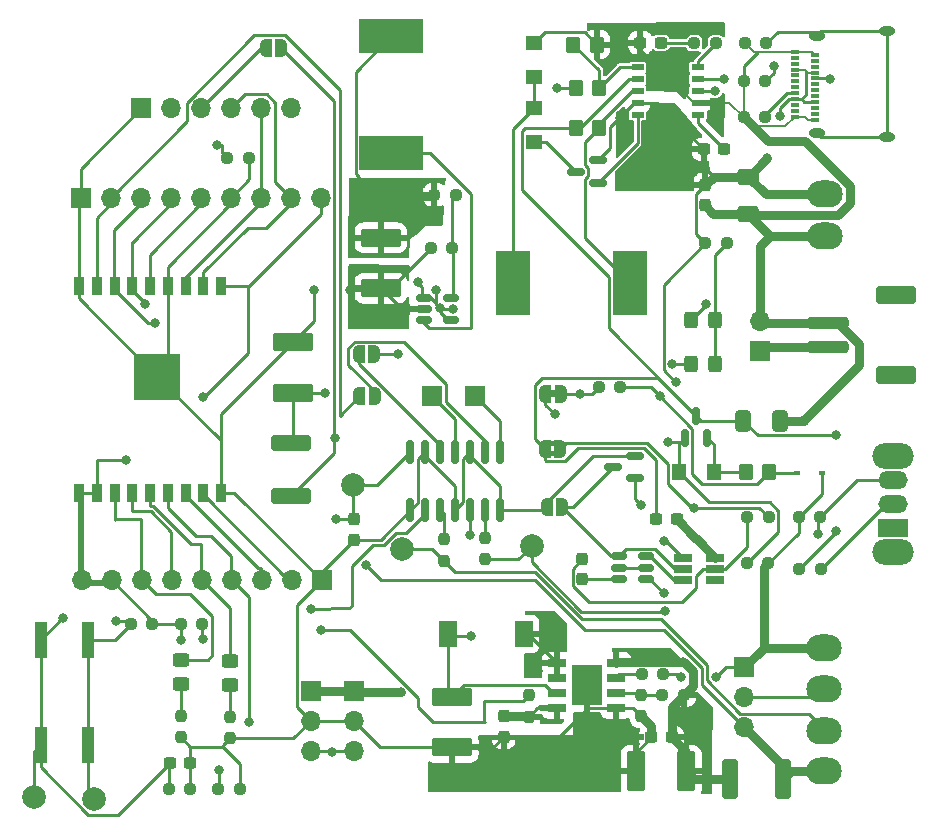
<source format=gbr>
G04 #@! TF.GenerationSoftware,KiCad,Pcbnew,6.99.0-unknown-70a038877e~161~ubuntu22.04.1*
G04 #@! TF.CreationDate,2023-01-18T13:45:27+00:00*
G04 #@! TF.ProjectId,MyBikesGotLED,4d794269-6b65-4734-976f-744c45442e6b,rev?*
G04 #@! TF.SameCoordinates,PX586a470PY296c010*
G04 #@! TF.FileFunction,Copper,L1,Top*
G04 #@! TF.FilePolarity,Positive*
%FSLAX46Y46*%
G04 Gerber Fmt 4.6, Leading zero omitted, Abs format (unit mm)*
G04 Created by KiCad (PCBNEW 6.99.0-unknown-70a038877e~161~ubuntu22.04.1) date 2023-01-18 13:45:27*
%MOMM*%
%LPD*%
G01*
G04 APERTURE LIST*
G04 Aperture macros list*
%AMRoundRect*
0 Rectangle with rounded corners*
0 $1 Rounding radius*
0 $2 $3 $4 $5 $6 $7 $8 $9 X,Y pos of 4 corners*
0 Add a 4 corners polygon primitive as box body*
4,1,4,$2,$3,$4,$5,$6,$7,$8,$9,$2,$3,0*
0 Add four circle primitives for the rounded corners*
1,1,$1+$1,$2,$3*
1,1,$1+$1,$4,$5*
1,1,$1+$1,$6,$7*
1,1,$1+$1,$8,$9*
0 Add four rect primitives between the rounded corners*
20,1,$1+$1,$2,$3,$4,$5,0*
20,1,$1+$1,$4,$5,$6,$7,0*
20,1,$1+$1,$6,$7,$8,$9,0*
20,1,$1+$1,$8,$9,$2,$3,0*%
%AMFreePoly0*
4,1,19,0.500000,-0.750000,0.000000,-0.750000,0.000000,-0.744911,-0.071157,-0.744911,-0.207708,-0.704816,-0.327430,-0.627875,-0.420627,-0.520320,-0.479746,-0.390866,-0.500000,-0.250000,-0.500000,0.250000,-0.479746,0.390866,-0.420627,0.520320,-0.327430,0.627875,-0.207708,0.704816,-0.071157,0.744911,0.000000,0.744911,0.000000,0.750000,0.500000,0.750000,0.500000,-0.750000,0.500000,-0.750000,
$1*%
%AMFreePoly1*
4,1,19,0.000000,0.744911,0.071157,0.744911,0.207708,0.704816,0.327430,0.627875,0.420627,0.520320,0.479746,0.390866,0.500000,0.250000,0.500000,-0.250000,0.479746,-0.390866,0.420627,-0.520320,0.327430,-0.627875,0.207708,-0.704816,0.071157,-0.744911,0.000000,-0.744911,0.000000,-0.750000,-0.500000,-0.750000,-0.500000,0.750000,0.000000,0.750000,0.000000,0.744911,0.000000,0.744911,
$1*%
G04 Aperture macros list end*
G04 #@! TA.AperFunction,ComponentPad*
%ADD10R,1.700000X1.700000*%
G04 #@! TD*
G04 #@! TA.AperFunction,ComponentPad*
%ADD11O,1.700000X1.700000*%
G04 #@! TD*
G04 #@! TA.AperFunction,SMDPad,CuDef*
%ADD12RoundRect,0.237500X0.237500X-0.250000X0.237500X0.250000X-0.237500X0.250000X-0.237500X-0.250000X0*%
G04 #@! TD*
G04 #@! TA.AperFunction,SMDPad,CuDef*
%ADD13RoundRect,0.249999X1.450001X-0.537501X1.450001X0.537501X-1.450001X0.537501X-1.450001X-0.537501X0*%
G04 #@! TD*
G04 #@! TA.AperFunction,SMDPad,CuDef*
%ADD14RoundRect,0.237500X0.300000X0.237500X-0.300000X0.237500X-0.300000X-0.237500X0.300000X-0.237500X0*%
G04 #@! TD*
G04 #@! TA.AperFunction,SMDPad,CuDef*
%ADD15RoundRect,0.237500X-0.237500X0.250000X-0.237500X-0.250000X0.237500X-0.250000X0.237500X0.250000X0*%
G04 #@! TD*
G04 #@! TA.AperFunction,SMDPad,CuDef*
%ADD16RoundRect,0.237500X0.250000X0.237500X-0.250000X0.237500X-0.250000X-0.237500X0.250000X-0.237500X0*%
G04 #@! TD*
G04 #@! TA.AperFunction,SMDPad,CuDef*
%ADD17RoundRect,0.150000X0.150000X-0.825000X0.150000X0.825000X-0.150000X0.825000X-0.150000X-0.825000X0*%
G04 #@! TD*
G04 #@! TA.AperFunction,SMDPad,CuDef*
%ADD18RoundRect,0.237500X-0.250000X-0.237500X0.250000X-0.237500X0.250000X0.237500X-0.250000X0.237500X0*%
G04 #@! TD*
G04 #@! TA.AperFunction,SMDPad,CuDef*
%ADD19R,1.505000X0.802000*%
G04 #@! TD*
G04 #@! TA.AperFunction,SMDPad,CuDef*
%ADD20R,2.613000X3.502000*%
G04 #@! TD*
G04 #@! TA.AperFunction,SMDPad,CuDef*
%ADD21RoundRect,0.250000X-1.450000X0.400000X-1.450000X-0.400000X1.450000X-0.400000X1.450000X0.400000X0*%
G04 #@! TD*
G04 #@! TA.AperFunction,SMDPad,CuDef*
%ADD22C,2.000000*%
G04 #@! TD*
G04 #@! TA.AperFunction,SMDPad,CuDef*
%ADD23R,1.000000X3.100000*%
G04 #@! TD*
G04 #@! TA.AperFunction,SMDPad,CuDef*
%ADD24RoundRect,0.237500X-0.237500X0.300000X-0.237500X-0.300000X0.237500X-0.300000X0.237500X0.300000X0*%
G04 #@! TD*
G04 #@! TA.AperFunction,SMDPad,CuDef*
%ADD25RoundRect,0.249999X0.537501X1.450001X-0.537501X1.450001X-0.537501X-1.450001X0.537501X-1.450001X0*%
G04 #@! TD*
G04 #@! TA.AperFunction,SMDPad,CuDef*
%ADD26RoundRect,0.250000X-0.400000X-1.450000X0.400000X-1.450000X0.400000X1.450000X-0.400000X1.450000X0*%
G04 #@! TD*
G04 #@! TA.AperFunction,SMDPad,CuDef*
%ADD27R,0.700000X0.300000*%
G04 #@! TD*
G04 #@! TA.AperFunction,ComponentPad*
%ADD28O,1.400000X0.800000*%
G04 #@! TD*
G04 #@! TA.AperFunction,SMDPad,CuDef*
%ADD29R,1.500000X2.200000*%
G04 #@! TD*
G04 #@! TA.AperFunction,SMDPad,CuDef*
%ADD30R,5.400000X2.900000*%
G04 #@! TD*
G04 #@! TA.AperFunction,SMDPad,CuDef*
%ADD31R,0.900000X1.500000*%
G04 #@! TD*
G04 #@! TA.AperFunction,SMDPad,CuDef*
%ADD32R,4.000000X4.000000*%
G04 #@! TD*
G04 #@! TA.AperFunction,SMDPad,CuDef*
%ADD33R,1.100000X0.510000*%
G04 #@! TD*
G04 #@! TA.AperFunction,SMDPad,CuDef*
%ADD34RoundRect,0.249999X-1.450001X0.537501X-1.450001X-0.537501X1.450001X-0.537501X1.450001X0.537501X0*%
G04 #@! TD*
G04 #@! TA.AperFunction,SMDPad,CuDef*
%ADD35RoundRect,0.150000X-0.512500X-0.150000X0.512500X-0.150000X0.512500X0.150000X-0.512500X0.150000X0*%
G04 #@! TD*
G04 #@! TA.AperFunction,ComponentPad*
%ADD36O,3.500000X2.200000*%
G04 #@! TD*
G04 #@! TA.AperFunction,ComponentPad*
%ADD37R,2.500000X1.500000*%
G04 #@! TD*
G04 #@! TA.AperFunction,ComponentPad*
%ADD38O,2.500000X1.500000*%
G04 #@! TD*
G04 #@! TA.AperFunction,SMDPad,CuDef*
%ADD39R,1.400000X1.300000*%
G04 #@! TD*
G04 #@! TA.AperFunction,ComponentPad*
%ADD40O,3.000000X2.286000*%
G04 #@! TD*
G04 #@! TA.AperFunction,SMDPad,CuDef*
%ADD41FreePoly0,0.000000*%
G04 #@! TD*
G04 #@! TA.AperFunction,SMDPad,CuDef*
%ADD42FreePoly1,0.000000*%
G04 #@! TD*
G04 #@! TA.AperFunction,SMDPad,CuDef*
%ADD43RoundRect,0.250000X0.350000X0.450000X-0.350000X0.450000X-0.350000X-0.450000X0.350000X-0.450000X0*%
G04 #@! TD*
G04 #@! TA.AperFunction,SMDPad,CuDef*
%ADD44RoundRect,0.237500X-0.300000X-0.237500X0.300000X-0.237500X0.300000X0.237500X-0.300000X0.237500X0*%
G04 #@! TD*
G04 #@! TA.AperFunction,SMDPad,CuDef*
%ADD45RoundRect,0.250000X0.450000X-0.325000X0.450000X0.325000X-0.450000X0.325000X-0.450000X-0.325000X0*%
G04 #@! TD*
G04 #@! TA.AperFunction,SMDPad,CuDef*
%ADD46R,1.300000X1.400000*%
G04 #@! TD*
G04 #@! TA.AperFunction,SMDPad,CuDef*
%ADD47R,0.600000X0.450000*%
G04 #@! TD*
G04 #@! TA.AperFunction,SMDPad,CuDef*
%ADD48RoundRect,0.250000X-0.350000X-0.450000X0.350000X-0.450000X0.350000X0.450000X-0.350000X0.450000X0*%
G04 #@! TD*
G04 #@! TA.AperFunction,SMDPad,CuDef*
%ADD49RoundRect,0.250000X-0.325000X-0.450000X0.325000X-0.450000X0.325000X0.450000X-0.325000X0.450000X0*%
G04 #@! TD*
G04 #@! TA.AperFunction,SMDPad,CuDef*
%ADD50RoundRect,0.150000X0.587500X0.150000X-0.587500X0.150000X-0.587500X-0.150000X0.587500X-0.150000X0*%
G04 #@! TD*
G04 #@! TA.AperFunction,SMDPad,CuDef*
%ADD51RoundRect,0.250000X-0.650000X0.412500X-0.650000X-0.412500X0.650000X-0.412500X0.650000X0.412500X0*%
G04 #@! TD*
G04 #@! TA.AperFunction,SMDPad,CuDef*
%ADD52R,2.900000X5.400000*%
G04 #@! TD*
G04 #@! TA.AperFunction,SMDPad,CuDef*
%ADD53RoundRect,0.150000X0.150000X-0.587500X0.150000X0.587500X-0.150000X0.587500X-0.150000X-0.587500X0*%
G04 #@! TD*
G04 #@! TA.AperFunction,SMDPad,CuDef*
%ADD54RoundRect,0.250000X1.500000X-0.250000X1.500000X0.250000X-1.500000X0.250000X-1.500000X-0.250000X0*%
G04 #@! TD*
G04 #@! TA.AperFunction,SMDPad,CuDef*
%ADD55RoundRect,0.250001X1.449999X-0.499999X1.449999X0.499999X-1.449999X0.499999X-1.449999X-0.499999X0*%
G04 #@! TD*
G04 #@! TA.AperFunction,SMDPad,CuDef*
%ADD56RoundRect,0.250000X-1.450000X0.537500X-1.450000X-0.537500X1.450000X-0.537500X1.450000X0.537500X0*%
G04 #@! TD*
G04 #@! TA.AperFunction,SMDPad,CuDef*
%ADD57FreePoly0,180.000000*%
G04 #@! TD*
G04 #@! TA.AperFunction,SMDPad,CuDef*
%ADD58FreePoly1,180.000000*%
G04 #@! TD*
G04 #@! TA.AperFunction,SMDPad,CuDef*
%ADD59RoundRect,0.250000X-0.412500X-0.650000X0.412500X-0.650000X0.412500X0.650000X-0.412500X0.650000X0*%
G04 #@! TD*
G04 #@! TA.AperFunction,SMDPad,CuDef*
%ADD60R,1.560000X0.650000*%
G04 #@! TD*
G04 #@! TA.AperFunction,ViaPad*
%ADD61C,0.800000*%
G04 #@! TD*
G04 #@! TA.AperFunction,Conductor*
%ADD62C,0.250000*%
G04 #@! TD*
G04 #@! TA.AperFunction,Conductor*
%ADD63C,0.750000*%
G04 #@! TD*
G04 #@! TA.AperFunction,Conductor*
%ADD64C,0.500000*%
G04 #@! TD*
G04 #@! TA.AperFunction,Conductor*
%ADD65C,0.200000*%
G04 #@! TD*
G04 APERTURE END LIST*
G36*
X50330000Y-41546000D02*
G01*
X49830000Y-41546000D01*
X49830000Y-40946000D01*
X50330000Y-40946000D01*
X50330000Y-41546000D01*
G37*
G36*
X50320000Y-45676000D02*
G01*
X49820000Y-45676000D01*
X49820000Y-45276000D01*
X50320000Y-45276000D01*
X50320000Y-45676000D01*
G37*
G36*
X50320000Y-46476000D02*
G01*
X49820000Y-46476000D01*
X49820000Y-46076000D01*
X50320000Y-46076000D01*
X50320000Y-46476000D01*
G37*
D10*
X66259999Y-64405999D03*
D11*
X66259999Y-66945999D03*
X66259999Y-69485999D03*
D12*
X48027500Y-68563500D03*
X48027500Y-66738500D03*
D13*
X28080000Y-41136000D03*
X28080000Y-36861000D03*
D14*
X60150000Y-70331000D03*
X58425000Y-70331000D03*
D15*
X57577500Y-66708500D03*
X57577500Y-68533500D03*
D16*
X68072500Y-14786000D03*
X66247500Y-14786000D03*
D17*
X38010000Y-51081000D03*
X39280000Y-51081000D03*
X40550000Y-51081000D03*
X41820000Y-51081000D03*
X43090000Y-51081000D03*
X44360000Y-51081000D03*
X45630000Y-51081000D03*
X45630000Y-46131000D03*
X44360000Y-46131000D03*
X43090000Y-46131000D03*
X41820000Y-46131000D03*
X40550000Y-46131000D03*
X39280000Y-46131000D03*
X38010000Y-46131000D03*
D18*
X40055000Y-24386000D03*
X41880000Y-24386000D03*
D10*
X39859999Y-41405999D03*
X43519999Y-41405999D03*
D19*
X50429999Y-64015999D03*
X50429999Y-65285999D03*
X50429999Y-66555999D03*
X50429999Y-67825999D03*
X55424999Y-67825999D03*
X55424999Y-66555999D03*
X55424999Y-65285999D03*
X55424999Y-64015999D03*
D20*
X52927499Y-65920999D03*
D21*
X27940000Y-45426000D03*
X27940000Y-49876000D03*
D22*
X6160000Y-75413500D03*
X11240000Y-75541501D03*
D23*
X6699999Y-70973499D03*
X6699999Y-62073499D03*
X10699999Y-70973499D03*
X10699999Y-62073499D03*
D16*
X68132500Y-11566000D03*
X66307500Y-11566000D03*
X68072500Y-17816000D03*
X66247500Y-17816000D03*
D22*
X33140000Y-48946000D03*
X37320000Y-54386000D03*
X48300000Y-54086000D03*
D24*
X45927500Y-68558500D03*
X45927500Y-70283500D03*
D25*
X61385000Y-73211000D03*
X57110000Y-73211000D03*
D26*
X65085000Y-73866000D03*
X69535000Y-73866000D03*
D27*
X70539999Y-17785999D03*
X70539999Y-17285999D03*
X70539999Y-16785999D03*
X70539999Y-16285999D03*
X70539999Y-15785999D03*
X70539999Y-15285999D03*
X70539999Y-14785999D03*
X70539999Y-14285999D03*
X70539999Y-13785999D03*
X70539999Y-13285999D03*
X70539999Y-12785999D03*
X70539999Y-12285999D03*
X72239999Y-12535999D03*
X72239999Y-13035999D03*
X72239999Y-13535999D03*
X72239999Y-14035999D03*
X72239999Y-14535999D03*
X72239999Y-15035999D03*
X72239999Y-15535999D03*
X72239999Y-16035999D03*
X72239999Y-16535999D03*
X72239999Y-17035999D03*
X72239999Y-17535999D03*
X72239999Y-18035999D03*
D28*
X78399999Y-19525999D03*
X72449999Y-19165999D03*
X72449999Y-10905999D03*
X78399999Y-10545999D03*
D29*
X41237499Y-61570999D03*
X47637499Y-61570999D03*
D30*
X36399999Y-20875999D03*
X36399999Y-10975999D03*
D16*
X16170000Y-60706000D03*
X14345000Y-60706000D03*
X23592500Y-74736000D03*
X21767500Y-74736000D03*
D18*
X18585000Y-60756000D03*
X20410000Y-60756000D03*
D12*
X22720000Y-70413500D03*
X22720000Y-68588500D03*
X18600000Y-70333500D03*
X18600000Y-68508500D03*
D31*
X9979999Y-49625999D03*
X11479999Y-49625999D03*
X12979999Y-49625999D03*
X14479999Y-49625999D03*
X15979999Y-49625999D03*
X17479999Y-49625999D03*
X18979999Y-49625999D03*
X20479999Y-49625999D03*
X21979999Y-49625999D03*
X21979999Y-32125999D03*
X20479999Y-32125999D03*
X18979999Y-32125999D03*
X17479999Y-32125999D03*
X15979999Y-32125999D03*
X14479999Y-32125999D03*
X12979999Y-32125999D03*
X11479999Y-32125999D03*
X9979999Y-32125999D03*
D32*
X16589999Y-39775999D03*
D33*
X62349999Y-17595999D03*
X62349999Y-16595999D03*
X62349999Y-15595999D03*
X62349999Y-14595999D03*
X62349999Y-13595999D03*
X57249999Y-13595999D03*
X57249999Y-14595999D03*
X57249999Y-15595999D03*
X57249999Y-16595999D03*
X57249999Y-17595999D03*
D34*
X35500000Y-28031000D03*
X35500000Y-32306000D03*
D35*
X55670000Y-55006000D03*
X55670000Y-55956000D03*
X55670000Y-56906000D03*
X57945000Y-56906000D03*
X57945000Y-55956000D03*
X57945000Y-55006000D03*
D15*
X44370000Y-53431000D03*
X44370000Y-55256000D03*
D18*
X62967500Y-28476000D03*
X64792500Y-28476000D03*
D36*
X78849999Y-54665999D03*
X78849999Y-46465999D03*
D37*
X78849999Y-52565999D03*
D38*
X78849999Y-50565999D03*
X78849999Y-48565999D03*
D16*
X19387500Y-74716000D03*
X17562500Y-74716000D03*
D24*
X33230000Y-51881000D03*
X33230000Y-53606000D03*
D10*
X33239999Y-66395999D03*
D11*
X33239999Y-68935999D03*
X33239999Y-71475999D03*
D39*
X48479999Y-17045999D03*
X48479999Y-19945999D03*
X48499999Y-14445999D03*
X48499999Y-11545999D03*
D40*
X73069999Y-62755999D03*
X73042032Y-66251842D03*
X73042032Y-69803617D03*
X73042032Y-73159626D03*
D16*
X59422500Y-64996000D03*
X57597500Y-64996000D03*
X61180000Y-66741000D03*
X59355000Y-66741000D03*
D40*
X73138204Y-24347169D03*
X73110237Y-27843012D03*
D10*
X29589999Y-66395999D03*
D11*
X29589999Y-68935999D03*
X29589999Y-71475999D03*
D41*
X49430000Y-41246000D03*
D42*
X50730000Y-41246000D03*
D43*
X68390000Y-47886000D03*
X66390000Y-47886000D03*
D14*
X59212500Y-11516000D03*
X57487500Y-11516000D03*
D10*
X67619999Y-37630999D03*
D11*
X67619999Y-35090999D03*
D44*
X58827500Y-51836000D03*
X60552500Y-51836000D03*
D45*
X18600000Y-65796000D03*
X18600000Y-63746000D03*
D16*
X24325000Y-21256000D03*
X22500000Y-21256000D03*
D18*
X66510000Y-51666000D03*
X68335000Y-51666000D03*
D46*
X63689999Y-47875999D03*
X60789999Y-47875999D03*
D47*
X70739999Y-47905999D03*
X72839999Y-47905999D03*
D24*
X52580000Y-55233500D03*
X52580000Y-56958500D03*
D10*
X15199999Y-17065999D03*
D11*
X17739999Y-17065999D03*
X20279999Y-17065999D03*
X22819999Y-17065999D03*
X25359999Y-17065999D03*
X27899999Y-17065999D03*
D48*
X52010000Y-15306000D03*
X54010000Y-15306000D03*
X51820000Y-11666000D03*
X53820000Y-11666000D03*
D49*
X61757500Y-38756000D03*
X63807500Y-38756000D03*
D18*
X53975000Y-40696000D03*
X55800000Y-40696000D03*
D50*
X57050000Y-48376000D03*
X57050000Y-46476000D03*
X55175000Y-47426000D03*
D51*
X66600000Y-22853500D03*
X66600000Y-25978500D03*
D49*
X61757500Y-34996000D03*
X63807500Y-34996000D03*
D52*
X46669999Y-31835999D03*
X56569999Y-31835999D03*
D16*
X63882500Y-11566000D03*
X62057500Y-11566000D03*
D53*
X61260000Y-44986000D03*
X63160000Y-44986000D03*
X62210000Y-43111000D03*
D54*
X73340000Y-37256000D03*
X73340000Y-35256000D03*
D55*
X79090000Y-39606000D03*
X79090000Y-32906000D03*
D41*
X49420000Y-45876000D03*
D42*
X50720000Y-45876000D03*
D18*
X66480000Y-55566000D03*
X68305000Y-55566000D03*
D43*
X54000000Y-18746000D03*
X52000000Y-18746000D03*
D45*
X22720000Y-65888500D03*
X22720000Y-63838500D03*
D50*
X53880000Y-23386000D03*
X53880000Y-21486000D03*
X52005000Y-22436000D03*
D56*
X41577500Y-66903500D03*
X41577500Y-71178500D03*
D57*
X27070000Y-11946000D03*
D58*
X25770000Y-11946000D03*
D10*
X30499999Y-57015999D03*
D11*
X27959999Y-57015999D03*
X25419999Y-57015999D03*
X22879999Y-57015999D03*
X20339999Y-57015999D03*
X17799999Y-57015999D03*
X15259999Y-57015999D03*
X12719999Y-57015999D03*
X10179999Y-57015999D03*
D24*
X62980000Y-23556000D03*
X62980000Y-25281000D03*
D16*
X41565000Y-28916000D03*
X39740000Y-28916000D03*
X72700000Y-51676000D03*
X70875000Y-51676000D03*
D57*
X34990000Y-41436000D03*
D58*
X33690000Y-41436000D03*
D41*
X49540000Y-50816000D03*
D42*
X50840000Y-50816000D03*
D15*
X40820000Y-53553500D03*
X40820000Y-55378500D03*
D41*
X33660000Y-37896000D03*
D42*
X34960000Y-37896000D03*
D18*
X70920000Y-56046000D03*
X72745000Y-56046000D03*
D59*
X66207500Y-43536000D03*
X69332500Y-43536000D03*
D44*
X62877500Y-20546000D03*
X64602500Y-20546000D03*
D10*
X10089999Y-24625999D03*
D11*
X12629999Y-24625999D03*
X15169999Y-24625999D03*
X17709999Y-24625999D03*
X20249999Y-24625999D03*
X22789999Y-24625999D03*
X25329999Y-24625999D03*
X27869999Y-24625999D03*
X30409999Y-24625999D03*
D35*
X39162500Y-33116000D03*
X39162500Y-34066000D03*
X39162500Y-35016000D03*
X41437500Y-35016000D03*
X41437500Y-33116000D03*
D60*
X61119999Y-55135999D03*
X61119999Y-56085999D03*
X61119999Y-57035999D03*
X63819999Y-57035999D03*
X63819999Y-56085999D03*
X63819999Y-55135999D03*
D44*
X17645000Y-72496000D03*
X19370000Y-72496000D03*
D61*
X32930000Y-32456000D03*
X56950000Y-70256000D03*
X60920000Y-65196000D03*
X63900000Y-65226000D03*
X29850000Y-32436000D03*
X20460000Y-41496000D03*
X8580000Y-60216000D03*
X35490000Y-24726000D03*
X13920000Y-46806000D03*
X31400000Y-71536000D03*
X18580000Y-62126000D03*
X21850000Y-73116000D03*
X24370000Y-69016000D03*
X43070000Y-53216000D03*
X20440000Y-61976000D03*
X15580000Y-33646000D03*
X13070000Y-60496000D03*
X29620000Y-59436000D03*
X59610000Y-59656000D03*
X61130000Y-63966000D03*
X37180000Y-66506000D03*
X37000000Y-37876000D03*
X62010000Y-50896000D03*
X62280000Y-53506000D03*
X71320000Y-43486000D03*
X30410000Y-61226000D03*
X31590000Y-44966000D03*
X59130000Y-41466000D03*
X43150000Y-61716000D03*
X16390000Y-35266000D03*
X50230000Y-42976000D03*
X69310000Y-17716000D03*
X68240000Y-21276000D03*
X60500000Y-40236000D03*
X59840000Y-45296000D03*
X55720000Y-17916000D03*
X50390000Y-15316000D03*
X74070000Y-52876000D03*
X74070000Y-44766000D03*
X73510000Y-14546000D03*
X68820000Y-13476000D03*
X64580000Y-14576000D03*
X63050000Y-33646000D03*
X60170000Y-38706000D03*
X63810000Y-15616000D03*
X57580000Y-50696000D03*
X72550000Y-53076000D03*
X59450000Y-53666000D03*
X59450000Y-58136000D03*
X52360000Y-41236000D03*
X21660000Y-20146000D03*
X34240000Y-55746000D03*
X31710000Y-51876000D03*
X40480000Y-33976000D03*
X30750000Y-41146000D03*
X41620000Y-34056000D03*
X38650000Y-31736000D03*
X40190000Y-32466000D03*
D62*
X56870000Y-67826000D02*
X57577500Y-68533500D01*
X38635000Y-46776000D02*
X39280000Y-46131000D01*
D63*
X58425000Y-69381000D02*
X57577500Y-68533500D01*
D62*
X23592500Y-72598500D02*
X22170000Y-71176000D01*
X57110000Y-71646000D02*
X58425000Y-70331000D01*
X35485000Y-53606000D02*
X33230000Y-53606000D01*
X35350000Y-32456000D02*
X35500000Y-32306000D01*
X17480000Y-38886000D02*
X17480000Y-32126000D01*
X30500000Y-56336000D02*
X33230000Y-53606000D01*
X16590000Y-39776000D02*
X9980000Y-33166000D01*
X19370000Y-71103500D02*
X18600000Y-70333500D01*
D63*
X67933627Y-55937373D02*
X68305000Y-55566000D01*
D62*
X19387500Y-72513500D02*
X19370000Y-72496000D01*
X30500000Y-57016000D02*
X23110000Y-49626000D01*
X21980000Y-45166000D02*
X16590000Y-39776000D01*
X57110000Y-73211000D02*
X57110000Y-70416000D01*
X41820000Y-51081000D02*
X41820000Y-49047751D01*
X28112500Y-70413500D02*
X29590000Y-68936000D01*
X10090000Y-22176000D02*
X15200000Y-17066000D01*
X22170000Y-71176000D02*
X22170000Y-70963500D01*
X70875000Y-52996000D02*
X68305000Y-55566000D01*
X70875000Y-51676000D02*
X70875000Y-52996000D01*
X45630000Y-49047751D02*
X43090000Y-46507751D01*
X49275000Y-51081000D02*
X49540000Y-50816000D01*
X57110000Y-73211000D02*
X57110000Y-71646000D01*
X60860000Y-65196000D02*
X60920000Y-65196000D01*
X16590000Y-39776000D02*
X17480000Y-38886000D01*
X36350000Y-32306000D02*
X35500000Y-32306000D01*
X42465000Y-50436000D02*
X42465000Y-46756000D01*
X41577500Y-71178500D02*
X35482500Y-71178500D01*
X21980000Y-49626000D02*
X21980000Y-45166000D01*
D63*
X67933627Y-62732373D02*
X66260000Y-64406000D01*
D62*
X29590000Y-68936000D02*
X28415000Y-67761000D01*
X9952001Y-32116500D02*
X9952001Y-25303999D01*
X38010000Y-51081000D02*
X38635000Y-50456000D01*
X28080000Y-36861000D02*
X29850000Y-35091000D01*
X53470380Y-46476000D02*
X57050000Y-46476000D01*
X21980000Y-45166000D02*
X21980000Y-42961000D01*
X22030000Y-71103500D02*
X22720000Y-70413500D01*
X63900000Y-65226000D02*
X64720000Y-64406000D01*
X42465000Y-46756000D02*
X43090000Y-46131000D01*
X9980000Y-33166000D02*
X9980000Y-32126000D01*
X29850000Y-35091000D02*
X29850000Y-32436000D01*
X24325000Y-21256000D02*
X24325000Y-23091000D01*
X43090000Y-46507751D02*
X43090000Y-46131000D01*
X53023500Y-67826000D02*
X55425000Y-67826000D01*
D63*
X67933627Y-62732373D02*
X67933627Y-55937373D01*
D62*
X39280000Y-46507751D02*
X39280000Y-46131000D01*
X50566000Y-70283500D02*
X52927500Y-67922000D01*
X33240000Y-68936000D02*
X29590000Y-68936000D01*
X45927500Y-70283500D02*
X50566000Y-70283500D01*
X39015000Y-34076000D02*
X37270000Y-34076000D01*
X59422500Y-64996000D02*
X60660000Y-64996000D01*
X41820000Y-51081000D02*
X42465000Y-50436000D01*
X72840000Y-49711000D02*
X70875000Y-51676000D01*
X28415000Y-59101000D02*
X30500000Y-57016000D01*
X64720000Y-64406000D02*
X66260000Y-64406000D01*
X9952001Y-25303999D02*
X10150000Y-25106000D01*
X35482500Y-71178500D02*
X33240000Y-68936000D01*
X52927500Y-67922000D02*
X52927500Y-65921000D01*
X17452001Y-32116500D02*
X17452001Y-30503999D01*
X19370000Y-72496000D02*
X19370000Y-71103500D01*
X23592500Y-74736000D02*
X23592500Y-72598500D01*
X30500000Y-57016000D02*
X30500000Y-56336000D01*
X39740000Y-28916000D02*
X36350000Y-32306000D01*
X41577500Y-71178500D02*
X45032500Y-71178500D01*
X17452001Y-30503999D02*
X22850000Y-25106000D01*
D63*
X73267967Y-62732373D02*
X67933627Y-62732373D01*
D62*
X72840000Y-47906000D02*
X72840000Y-49711000D01*
X60660000Y-64996000D02*
X60860000Y-65196000D01*
X45630000Y-51081000D02*
X49275000Y-51081000D01*
X32930000Y-32456000D02*
X35350000Y-32456000D01*
X21980000Y-42961000D02*
X28080000Y-36861000D01*
X24325000Y-23091000D02*
X22790000Y-24626000D01*
X45630000Y-51081000D02*
X45630000Y-49047751D01*
X23110000Y-49626000D02*
X21980000Y-49626000D01*
X19370000Y-71103500D02*
X22030000Y-71103500D01*
X37270000Y-34076000D02*
X35500000Y-32306000D01*
X22170000Y-70963500D02*
X22720000Y-70413500D01*
X52927500Y-67922000D02*
X53023500Y-67826000D01*
X57110000Y-70416000D02*
X56950000Y-70256000D01*
D63*
X58425000Y-69381000D02*
X58425000Y-70331000D01*
D62*
X49540000Y-50816000D02*
X49540000Y-50406380D01*
X10090000Y-24626000D02*
X10090000Y-22176000D01*
X41820000Y-49047751D02*
X39280000Y-46507751D01*
X55425000Y-67826000D02*
X56870000Y-67826000D01*
X45032500Y-71178500D02*
X45927500Y-70283500D01*
X19387500Y-74716000D02*
X19387500Y-72513500D01*
X28415000Y-67761000D02*
X28415000Y-59101000D01*
X22720000Y-70413500D02*
X28112500Y-70413500D01*
X49540000Y-50406380D02*
X53470380Y-46476000D01*
X38010000Y-51081000D02*
X35485000Y-53606000D01*
X38635000Y-50456000D02*
X38635000Y-46776000D01*
X6700000Y-72875334D02*
X6700000Y-70973500D01*
X13274499Y-76866501D02*
X10691167Y-76866501D01*
X20460000Y-41556000D02*
X20580000Y-41436000D01*
X6160000Y-75413500D02*
X6160000Y-71513500D01*
X24290500Y-32116500D02*
X24259500Y-32116500D01*
X24240000Y-32136000D02*
X24220500Y-32116500D01*
X30470000Y-25106000D02*
X30470000Y-25996000D01*
X20520000Y-41496000D02*
X20460000Y-41496000D01*
X24259500Y-32116500D02*
X24240000Y-32136000D01*
X24240000Y-37776000D02*
X20520000Y-41496000D01*
X17562500Y-72578500D02*
X17645000Y-72496000D01*
X6160000Y-71513500D02*
X6700000Y-70973500D01*
X24220500Y-32116500D02*
X21952001Y-32116500D01*
X6700000Y-62073500D02*
X8447171Y-60326329D01*
X30470000Y-25996000D02*
X24320000Y-32146000D01*
X24320000Y-32146000D02*
X24290500Y-32116500D01*
X8447171Y-60326329D02*
X8449671Y-60326329D01*
X10691167Y-76866501D02*
X6700000Y-72875334D01*
X24240000Y-32136000D02*
X24240000Y-37776000D01*
X17645000Y-72496000D02*
X13274499Y-76866501D01*
X8449671Y-60326329D02*
X8600000Y-60176000D01*
X20460000Y-41496000D02*
X20460000Y-41556000D01*
X6700000Y-70973500D02*
X6700000Y-62073500D01*
X17562500Y-74716000D02*
X17562500Y-72578500D01*
X18535000Y-60706000D02*
X18585000Y-60756000D01*
X16170000Y-60706000D02*
X16170000Y-60466000D01*
X36400000Y-10976000D02*
X33375000Y-14001000D01*
X11480000Y-46856000D02*
X11470000Y-46846000D01*
D64*
X10120000Y-52746000D02*
X10150000Y-52716000D01*
D62*
X35470000Y-24706000D02*
X35490000Y-24726000D01*
D64*
X12690000Y-57237000D02*
X10150000Y-57237000D01*
D62*
X33375000Y-14001000D02*
X33375000Y-22651000D01*
X18585000Y-62121000D02*
X18580000Y-62126000D01*
X11490000Y-46826000D02*
X13930000Y-46826000D01*
X39735000Y-24706000D02*
X40055000Y-24386000D01*
X33375000Y-22651000D02*
X35430000Y-24706000D01*
X16170000Y-60706000D02*
X18535000Y-60706000D01*
X16170000Y-60466000D02*
X12720000Y-57016000D01*
X35430000Y-24706000D02*
X35430000Y-27961000D01*
X35510000Y-24706000D02*
X39735000Y-24706000D01*
D64*
X10150000Y-57237000D02*
X10150000Y-52776000D01*
D62*
X18585000Y-60756000D02*
X18585000Y-62121000D01*
D64*
X10150000Y-52776000D02*
X10120000Y-52746000D01*
D62*
X29590000Y-71476000D02*
X33240000Y-71476000D01*
X35490000Y-24726000D02*
X35510000Y-24706000D01*
X35430000Y-27961000D02*
X35500000Y-28031000D01*
X11480000Y-49626000D02*
X11480000Y-46856000D01*
X9980000Y-49626000D02*
X11480000Y-49626000D01*
X11470000Y-46846000D02*
X11490000Y-46826000D01*
D64*
X10150000Y-52716000D02*
X10150000Y-49789499D01*
D62*
X35430000Y-24706000D02*
X35470000Y-24706000D01*
X19446396Y-53949499D02*
X20310000Y-53949499D01*
X20310000Y-57237000D02*
X20310000Y-53949499D01*
X22720000Y-59396000D02*
X20340000Y-57016000D01*
X15980000Y-49626000D02*
X15980000Y-50696000D01*
X16212897Y-50716000D02*
X19446396Y-53949499D01*
X16000000Y-50716000D02*
X16212897Y-50716000D01*
X15980000Y-50696000D02*
X16000000Y-50716000D01*
X22720000Y-63838500D02*
X22720000Y-59396000D01*
X15230000Y-57237000D02*
X15230000Y-51869499D01*
X21222500Y-60068500D02*
X19345000Y-58191000D01*
X12980000Y-51896000D02*
X12980000Y-49626000D01*
X18600000Y-63746000D02*
X20870000Y-63746000D01*
X21222500Y-63393500D02*
X21222500Y-60068500D01*
X19345000Y-58191000D02*
X16435000Y-58191000D01*
X15230000Y-51869499D02*
X13006501Y-51869499D01*
X20870000Y-63746000D02*
X21222500Y-63393500D01*
X16435000Y-58191000D02*
X15260000Y-57016000D01*
X13006501Y-51869499D02*
X12980000Y-51896000D01*
X61050000Y-58861000D02*
X53095000Y-58861000D01*
X51780000Y-56033500D02*
X52580000Y-55233500D01*
X66510000Y-54201000D02*
X66510000Y-51666000D01*
X51780000Y-57546000D02*
X51780000Y-56033500D01*
X63820000Y-56086000D02*
X64625000Y-56086000D01*
X63820000Y-56086000D02*
X62790000Y-56086000D01*
X64625000Y-56086000D02*
X66510000Y-54201000D01*
X62225000Y-57686000D02*
X61050000Y-58861000D01*
X62790000Y-56086000D02*
X62225000Y-56651000D01*
X62225000Y-56651000D02*
X62225000Y-57686000D01*
X53095000Y-58861000D02*
X51780000Y-57546000D01*
X21146501Y-53286000D02*
X22850000Y-54989499D01*
X17480000Y-50886000D02*
X19850000Y-53256000D01*
X22880000Y-57016000D02*
X24340000Y-58476000D01*
X24340000Y-58476000D02*
X24370000Y-69016000D01*
X19850000Y-53286000D02*
X21146501Y-53286000D01*
X19850000Y-53256000D02*
X19850000Y-53286000D01*
X21850000Y-74653500D02*
X21767500Y-74736000D01*
X17480000Y-49626000D02*
X17480000Y-50886000D01*
X22850000Y-54989499D02*
X22850000Y-57237000D01*
X21850000Y-73116000D02*
X21850000Y-74653500D01*
X25390000Y-56029499D02*
X25083499Y-56029499D01*
X43070000Y-51101000D02*
X43090000Y-51081000D01*
X18980000Y-49926000D02*
X18980000Y-49626000D01*
X20410000Y-60756000D02*
X20410000Y-61946000D01*
X20410000Y-61946000D02*
X20440000Y-61976000D01*
X43070000Y-53216000D02*
X43070000Y-51101000D01*
X25390000Y-57237000D02*
X25390000Y-56029499D01*
X25083499Y-56029499D02*
X18980000Y-49926000D01*
X37320000Y-54386000D02*
X39827500Y-54386000D01*
X71771009Y-68311000D02*
X65959695Y-68311000D01*
X73240000Y-69779991D02*
X71771009Y-68311000D01*
X65959695Y-68311000D02*
X63120000Y-65471305D01*
X63120000Y-64240795D02*
X59225205Y-60346000D01*
X63120000Y-65471305D02*
X63120000Y-64240795D01*
X59225205Y-60346000D02*
X52509391Y-60346000D01*
X48524695Y-56361304D02*
X41802804Y-56361304D01*
X41802804Y-56361304D02*
X40820000Y-55378500D01*
X39827500Y-54386000D02*
X40820000Y-55378500D01*
X52509391Y-60346000D02*
X48524695Y-56361304D01*
X46670000Y-18856000D02*
X48480000Y-17046000D01*
X46670000Y-31836000D02*
X46670000Y-18856000D01*
X48500000Y-14446000D02*
X48500000Y-17026000D01*
X48500000Y-17026000D02*
X48480000Y-17046000D01*
X14480000Y-32126000D02*
X14480000Y-32426000D01*
X15580000Y-33646000D02*
X15660000Y-33646000D01*
X14520000Y-28356000D02*
X17770000Y-25106000D01*
X10700000Y-62073500D02*
X12977500Y-62073500D01*
X14452001Y-32116500D02*
X14452001Y-28423999D01*
X10700000Y-70973500D02*
X10700000Y-62073500D01*
X10700000Y-70973500D02*
X10700000Y-75001501D01*
X14480000Y-32426000D02*
X15660000Y-33606000D01*
X13070000Y-60496000D02*
X14135000Y-60496000D01*
X14460000Y-28416000D02*
X14490000Y-28416000D01*
X14452001Y-28423999D02*
X14460000Y-28416000D01*
X12977500Y-62073500D02*
X14345000Y-60706000D01*
X14135000Y-60496000D02*
X14345000Y-60706000D01*
X14490000Y-28416000D02*
X14490000Y-28386000D01*
X15660000Y-33606000D02*
X15580000Y-33646000D01*
X14490000Y-28386000D02*
X14520000Y-28356000D01*
X10700000Y-75001501D02*
X11240000Y-75541501D01*
X33030000Y-59216000D02*
X32840000Y-59406000D01*
X20452001Y-49759001D02*
X20452001Y-49591500D01*
X39280000Y-51081000D02*
X39280000Y-51457751D01*
X39280000Y-51457751D02*
X37676751Y-53061000D01*
X34830000Y-54056000D02*
X33030000Y-55856000D01*
X32840000Y-59406000D02*
X29620000Y-59436000D01*
X36771167Y-53061000D02*
X35776167Y-54056000D01*
X37676751Y-53061000D02*
X36771167Y-53061000D01*
X35776167Y-54056000D02*
X34830000Y-54056000D01*
X27930000Y-57237000D02*
X20452001Y-49759001D01*
X33030000Y-55856000D02*
X33030000Y-59216000D01*
X52485787Y-59686000D02*
X59500000Y-59686000D01*
X59610000Y-59656000D02*
X59560000Y-59686000D01*
X72522216Y-66946000D02*
X73240000Y-66228216D01*
X48300000Y-55500213D02*
X52485787Y-59686000D01*
X66260000Y-66946000D02*
X72522216Y-66946000D01*
X44370000Y-55256000D02*
X47130000Y-55256000D01*
X47130000Y-55256000D02*
X48300000Y-54086000D01*
X59500000Y-59686000D02*
X59610000Y-59656000D01*
X48300000Y-54086000D02*
X48300000Y-55500213D01*
X59560000Y-59686000D02*
X59530000Y-59686000D01*
X18952001Y-31441500D02*
X25287501Y-25106000D01*
X18952001Y-32116500D02*
X18952001Y-31441500D01*
X25330000Y-24626000D02*
X25330000Y-17096000D01*
X25330000Y-17096000D02*
X25360000Y-17066000D01*
X27870000Y-24626000D02*
X26535000Y-23291000D01*
X25826249Y-27209751D02*
X27930000Y-25106000D01*
X20480000Y-30956000D02*
X24226249Y-27209751D01*
X26535000Y-16579299D02*
X25846701Y-15891000D01*
X26535000Y-23291000D02*
X26535000Y-16579299D01*
X20480000Y-32126000D02*
X20480000Y-30956000D01*
X25846701Y-15891000D02*
X23995000Y-15891000D01*
X23995000Y-15891000D02*
X22820000Y-17066000D01*
X24226249Y-27209751D02*
X25826249Y-27209751D01*
D63*
X55425000Y-64016000D02*
X55495000Y-63946000D01*
X60150000Y-70331000D02*
X60150000Y-67771000D01*
X61198859Y-63946000D02*
X61970000Y-64717141D01*
X61110000Y-63946000D02*
X61130000Y-63966000D01*
X29590000Y-66396000D02*
X33240000Y-66396000D01*
X55495000Y-63946000D02*
X61110000Y-63946000D01*
X65085000Y-73866000D02*
X62040000Y-73866000D01*
X61130000Y-63966000D02*
X61150000Y-63946000D01*
X62040000Y-73866000D02*
X61385000Y-73211000D01*
X61970000Y-64717141D02*
X61970000Y-65951000D01*
X61385000Y-71566000D02*
X60150000Y-70331000D01*
X61385000Y-73211000D02*
X61385000Y-71566000D01*
X60150000Y-67771000D02*
X61180000Y-66741000D01*
X61970000Y-65951000D02*
X61180000Y-66741000D01*
X37180000Y-66506000D02*
X33350000Y-66506000D01*
X33350000Y-66506000D02*
X33240000Y-66396000D01*
X61150000Y-63946000D02*
X61198859Y-63946000D01*
D62*
X19105000Y-18151000D02*
X12630000Y-24626000D01*
X11452001Y-32116500D02*
X11452001Y-26343999D01*
X19105000Y-16579299D02*
X19105000Y-18151000D01*
X33690000Y-41436000D02*
X32035000Y-43091000D01*
X27411727Y-10871000D02*
X24813299Y-10871000D01*
X24813299Y-10871000D02*
X19105000Y-16579299D01*
X32035000Y-15494273D02*
X27411727Y-10871000D01*
X32035000Y-43091000D02*
X32035000Y-15494273D01*
X11452001Y-26343999D02*
X12690000Y-25106000D01*
X34960000Y-37896000D02*
X36980000Y-37896000D01*
X15952001Y-29463999D02*
X20310000Y-25106000D01*
X36980000Y-37896000D02*
X37000000Y-37876000D01*
X15952001Y-32116500D02*
X15952001Y-29463999D01*
X62040000Y-50866000D02*
X67535000Y-50866000D01*
X62010000Y-50896000D02*
X62040000Y-50866000D01*
X61980000Y-50866000D02*
X62010000Y-50896000D01*
D63*
X73340000Y-37256000D02*
X67995000Y-37256000D01*
D62*
X59790000Y-47170353D02*
X59790000Y-48836000D01*
X58020647Y-45401000D02*
X59790000Y-47170353D01*
X50720000Y-45876000D02*
X51195000Y-45401000D01*
X61820000Y-50866000D02*
X61980000Y-50866000D01*
X51195000Y-45401000D02*
X58020647Y-45401000D01*
D63*
X67995000Y-37256000D02*
X67620000Y-37631000D01*
D62*
X59790000Y-48836000D02*
X61820000Y-50866000D01*
X67535000Y-50866000D02*
X68335000Y-51666000D01*
D63*
X74256726Y-35256000D02*
X76010000Y-37009274D01*
X76010000Y-37009274D02*
X76010000Y-38826000D01*
X68464513Y-27843013D02*
X66600000Y-25978500D01*
D62*
X57487500Y-11516000D02*
X53970000Y-11516000D01*
D65*
X67082500Y-12341000D02*
X66307500Y-11566000D01*
D63*
X63820000Y-55103500D02*
X62280000Y-53563500D01*
X71350000Y-43486000D02*
X71320000Y-43486000D01*
D62*
X52795000Y-10641000D02*
X53820000Y-11666000D01*
D65*
X71990000Y-12286000D02*
X70540000Y-12286000D01*
D63*
X68257500Y-19826000D02*
X66247500Y-17816000D01*
X75213205Y-23635551D02*
X71403654Y-19826000D01*
X66600000Y-25978500D02*
X66686670Y-26065170D01*
X76010000Y-38826000D02*
X71350000Y-43486000D01*
X66686670Y-26065170D02*
X74206824Y-26065170D01*
X71403654Y-19826000D02*
X68257500Y-19826000D01*
D65*
X71640000Y-18036000D02*
X72240000Y-18036000D01*
D63*
X62222500Y-53506000D02*
X60552500Y-51836000D01*
D65*
X70540000Y-17786000D02*
X69735000Y-18591000D01*
X62055000Y-16596000D02*
X57487500Y-12028500D01*
D62*
X66247500Y-14786000D02*
X66247500Y-13513500D01*
D65*
X57487500Y-12028500D02*
X57487500Y-11516000D01*
D63*
X63677500Y-25978500D02*
X62980000Y-25281000D01*
D65*
X67022500Y-18591000D02*
X66247500Y-17816000D01*
D62*
X49405000Y-10641000D02*
X52795000Y-10641000D01*
D63*
X74206824Y-26065170D02*
X75213205Y-25058789D01*
D62*
X66247500Y-13513500D02*
X67420000Y-12341000D01*
D65*
X70540000Y-12286000D02*
X68660140Y-12286000D01*
D63*
X73340000Y-35256000D02*
X74256726Y-35256000D01*
X66600000Y-25978500D02*
X63677500Y-25978500D01*
X62280000Y-53563500D02*
X62280000Y-53506000D01*
D65*
X62350000Y-16596000D02*
X62055000Y-16596000D01*
D63*
X63820000Y-55136000D02*
X63820000Y-55103500D01*
X71320000Y-43516000D02*
X71300000Y-43536000D01*
D65*
X67420000Y-12341000D02*
X67082500Y-12341000D01*
X66247500Y-17816000D02*
X66247500Y-14786000D01*
D63*
X73110238Y-27843013D02*
X68464513Y-27843013D01*
X67785000Y-35256000D02*
X67620000Y-35091000D01*
D65*
X69735000Y-18591000D02*
X67022500Y-18591000D01*
D63*
X67620000Y-35091000D02*
X67620000Y-28687526D01*
D62*
X53970000Y-11516000D02*
X53820000Y-11666000D01*
D65*
X65027500Y-16596000D02*
X62350000Y-16596000D01*
D62*
X48500000Y-11546000D02*
X49405000Y-10641000D01*
D63*
X67620000Y-28687526D02*
X68464513Y-27843013D01*
X62280000Y-53506000D02*
X62222500Y-53506000D01*
D65*
X72240000Y-12536000D02*
X71990000Y-12286000D01*
X68660140Y-12286000D02*
X68605140Y-12341000D01*
D63*
X71320000Y-43486000D02*
X71320000Y-43516000D01*
D65*
X71390000Y-17786000D02*
X71640000Y-18036000D01*
D63*
X73340000Y-35256000D02*
X67785000Y-35256000D01*
D65*
X68605140Y-12341000D02*
X67420000Y-12341000D01*
X70540000Y-17786000D02*
X71390000Y-17786000D01*
X66247500Y-17816000D02*
X65027500Y-16596000D01*
D63*
X75213205Y-25058789D02*
X75213205Y-23635551D01*
X71300000Y-43536000D02*
X69332500Y-43536000D01*
D62*
X44300000Y-68986000D02*
X39960000Y-68986000D01*
X38700000Y-67726000D02*
X38700000Y-67000695D01*
X14480000Y-51186000D02*
X16046501Y-51186000D01*
X39960000Y-68986000D02*
X38700000Y-67726000D01*
X17770000Y-57237000D02*
X17770000Y-52909499D01*
X44270000Y-68956000D02*
X44300000Y-68986000D01*
X38700000Y-67000695D02*
X32905305Y-61206000D01*
X47520000Y-67246000D02*
X44270000Y-67246000D01*
X44270000Y-67246000D02*
X44270000Y-68956000D01*
X16046501Y-51186000D02*
X17770000Y-52909499D01*
X14480000Y-49626000D02*
X14480000Y-51186000D01*
X30430000Y-61206000D02*
X30410000Y-61226000D01*
X32905305Y-61206000D02*
X30430000Y-61206000D01*
X48027500Y-66738500D02*
X47520000Y-67246000D01*
X70740000Y-47906000D02*
X68410000Y-47906000D01*
X49448500Y-65926000D02*
X42555000Y-65926000D01*
X59130000Y-41466000D02*
X59130000Y-41446000D01*
X41577500Y-66903500D02*
X41237500Y-66563500D01*
X31585000Y-46231000D02*
X27940000Y-49876000D01*
X27070000Y-11946000D02*
X31585000Y-16461000D01*
X31585000Y-44961000D02*
X31590000Y-44966000D01*
X43150000Y-61716000D02*
X41382500Y-61716000D01*
X68390000Y-47886000D02*
X67365000Y-48911000D01*
X31590000Y-44966000D02*
X31585000Y-44971000D01*
X42555000Y-65926000D02*
X41577500Y-66903500D01*
X59150000Y-41466000D02*
X59130000Y-41466000D01*
X41237500Y-66563500D02*
X41237500Y-61571000D01*
X62725000Y-48911000D02*
X61885000Y-48071000D01*
X50078500Y-66556000D02*
X49448500Y-65926000D01*
X41382500Y-61716000D02*
X41237500Y-61571000D01*
X31585000Y-16461000D02*
X31585000Y-44961000D01*
X58380000Y-40696000D02*
X55800000Y-40696000D01*
X61885000Y-48071000D02*
X61885000Y-44201000D01*
X31585000Y-44971000D02*
X31585000Y-46231000D01*
X61885000Y-44201000D02*
X59150000Y-41466000D01*
X68410000Y-47906000D02*
X68390000Y-47886000D01*
X59130000Y-41446000D02*
X58380000Y-40696000D01*
X50430000Y-66556000D02*
X50078500Y-66556000D01*
X67365000Y-48911000D02*
X62725000Y-48911000D01*
X48022500Y-68558500D02*
X48027500Y-68563500D01*
X48027500Y-68563500D02*
X48765000Y-67826000D01*
X48765000Y-67826000D02*
X50430000Y-67826000D01*
D63*
X45927500Y-68558500D02*
X48022500Y-68558500D01*
D62*
X12980000Y-32426000D02*
X15800000Y-35246000D01*
X16390000Y-35266000D02*
X16360000Y-35246000D01*
X16320000Y-35246000D02*
X16390000Y-35266000D01*
X49430000Y-41246000D02*
X49430000Y-42176000D01*
X12980000Y-32126000D02*
X12980000Y-32426000D01*
X16360000Y-35246000D02*
X16340000Y-35246000D01*
X12952001Y-27383999D02*
X15230000Y-25106000D01*
X12952001Y-32116500D02*
X12952001Y-27383999D01*
X15800000Y-35246000D02*
X16320000Y-35246000D01*
X49430000Y-42176000D02*
X50230000Y-42976000D01*
X55635000Y-17916000D02*
X54925000Y-18626000D01*
X60500000Y-40236000D02*
X60500000Y-40306000D01*
X56955000Y-16596000D02*
X55720000Y-17831000D01*
X71130000Y-16286000D02*
X70540000Y-16286000D01*
D65*
X71640000Y-14036000D02*
X72240000Y-14036000D01*
D62*
X63330000Y-50416000D02*
X68440000Y-50416000D01*
X58927500Y-16596000D02*
X57250000Y-16596000D01*
X52000000Y-15316000D02*
X52010000Y-15306000D01*
X60500000Y-40306000D02*
X60470000Y-40276000D01*
X62180000Y-24356000D02*
X62980000Y-23556000D01*
X72240000Y-16536000D02*
X71380000Y-16536000D01*
X60950000Y-45296000D02*
X61260000Y-44986000D01*
D63*
X68220000Y-21276000D02*
X68240000Y-21276000D01*
X63682500Y-22853500D02*
X62980000Y-23556000D01*
D62*
X68440000Y-50416000D02*
X69147500Y-51123500D01*
X55720000Y-17831000D02*
X55720000Y-17916000D01*
X62180000Y-27688500D02*
X62180000Y-24356000D01*
D65*
X70540000Y-13786000D02*
X71390000Y-13786000D01*
D62*
X71545000Y-15871000D02*
X71545000Y-13941000D01*
X59445000Y-39251000D02*
X60430000Y-40236000D01*
X71130000Y-16286000D02*
X71545000Y-15871000D01*
X59445000Y-31998500D02*
X59445000Y-39251000D01*
X70540000Y-16286000D02*
X70040000Y-16286000D01*
X62967500Y-28476000D02*
X59445000Y-31998500D01*
X62877500Y-20546000D02*
X62877500Y-22048500D01*
X71380000Y-16536000D02*
X71130000Y-16286000D01*
X57250000Y-16596000D02*
X56955000Y-16596000D01*
D65*
X71545000Y-13941000D02*
X71640000Y-14036000D01*
X71390000Y-13786000D02*
X71545000Y-13941000D01*
D63*
X73138205Y-24347170D02*
X68093670Y-24347170D01*
X68093670Y-24347170D02*
X66600000Y-22853500D01*
D62*
X55720000Y-17916000D02*
X55635000Y-17916000D01*
D63*
X66600000Y-22853500D02*
X66642500Y-22853500D01*
X68240000Y-21276000D02*
X68240000Y-21256000D01*
D62*
X62967500Y-28476000D02*
X62180000Y-27688500D01*
X69310000Y-17016000D02*
X69310000Y-17716000D01*
X70040000Y-16286000D02*
X69310000Y-17016000D01*
D63*
X66600000Y-22853500D02*
X63682500Y-22853500D01*
D62*
X62877500Y-20546000D02*
X58927500Y-16596000D01*
X59840000Y-45296000D02*
X60950000Y-45296000D01*
X54925000Y-18626000D02*
X54925000Y-20441000D01*
X60430000Y-40236000D02*
X60500000Y-40236000D01*
X50390000Y-15316000D02*
X52000000Y-15316000D01*
D63*
X68240000Y-21256000D02*
X68220000Y-21276000D01*
D62*
X61260000Y-44986000D02*
X60790000Y-45456000D01*
X60790000Y-45456000D02*
X60790000Y-47876000D01*
X62877500Y-22048500D02*
X63682500Y-22853500D01*
D63*
X66642500Y-22853500D02*
X68220000Y-21276000D01*
D62*
X60790000Y-47876000D02*
X63330000Y-50416000D01*
X69147500Y-52898500D02*
X66480000Y-55566000D01*
X69147500Y-51123500D02*
X69147500Y-52898500D01*
X54925000Y-20441000D02*
X53880000Y-21486000D01*
X59262500Y-11566000D02*
X59212500Y-11516000D01*
X62057500Y-11566000D02*
X59262500Y-11566000D01*
X40820000Y-53553500D02*
X40820000Y-51351000D01*
X40820000Y-51351000D02*
X40550000Y-51081000D01*
X44370000Y-51091000D02*
X44360000Y-51081000D01*
X44370000Y-53431000D02*
X44370000Y-51091000D01*
X72745000Y-56046000D02*
X78245000Y-50546000D01*
X78245000Y-50546000D02*
X78980000Y-50546000D01*
X62350000Y-18293500D02*
X62350000Y-17596000D01*
X64602500Y-20546000D02*
X62350000Y-18293500D01*
X58827500Y-46844249D02*
X57834251Y-45851000D01*
X47455000Y-18971000D02*
X47680000Y-18746000D01*
X57250000Y-14596000D02*
X56536827Y-14596000D01*
X48570000Y-45026000D02*
X49420000Y-45876000D01*
X47455000Y-23971000D02*
X47455000Y-18971000D01*
X70920000Y-56046000D02*
X74060000Y-52906000D01*
X49420000Y-46876000D02*
X49420000Y-45876000D01*
X62210000Y-43111000D02*
X58995000Y-39896000D01*
X52175000Y-45851000D02*
X51075000Y-46951000D01*
X58995000Y-39896000D02*
X49140000Y-39896000D01*
X48570000Y-40466000D02*
X48570000Y-45026000D01*
X54795000Y-31311000D02*
X47455000Y-23971000D01*
X56536827Y-14596000D02*
X52386827Y-18746000D01*
X51075000Y-46951000D02*
X49495000Y-46951000D01*
X66207500Y-43536000D02*
X62635000Y-43536000D01*
X57834251Y-45851000D02*
X52175000Y-45851000D01*
X62210000Y-43111000D02*
X54795000Y-35696000D01*
X54795000Y-35696000D02*
X54795000Y-31311000D01*
X58827500Y-51836000D02*
X58827500Y-46844249D01*
X47680000Y-18746000D02*
X52000000Y-18746000D01*
X74065000Y-44761000D02*
X74070000Y-44766000D01*
X74070000Y-52876000D02*
X74070000Y-52906000D01*
X62635000Y-43536000D02*
X62210000Y-43111000D01*
X67432500Y-44761000D02*
X66207500Y-43536000D01*
X49140000Y-39896000D02*
X48570000Y-40466000D01*
X67432500Y-44761000D02*
X74065000Y-44761000D01*
X74060000Y-52906000D02*
X74070000Y-52876000D01*
X52386827Y-18746000D02*
X52000000Y-18746000D01*
X49495000Y-46951000D02*
X49420000Y-46876000D01*
X55670000Y-56906000D02*
X52632500Y-56906000D01*
X52632500Y-56906000D02*
X52580000Y-56958500D01*
X68072500Y-17603500D02*
X69865000Y-15811000D01*
X70515000Y-15811000D02*
X70540000Y-15786000D01*
X68072500Y-17816000D02*
X68072500Y-17603500D01*
X69865000Y-15811000D02*
X70515000Y-15811000D01*
X68820000Y-14038500D02*
X68072500Y-14786000D01*
X73390000Y-14546000D02*
X73510000Y-14546000D01*
X73510000Y-14546000D02*
X73510000Y-14666000D01*
X72240000Y-14536000D02*
X73380000Y-14536000D01*
X73380000Y-14536000D02*
X73390000Y-14546000D01*
X68820000Y-13476000D02*
X68820000Y-14038500D01*
X73510000Y-14666000D02*
X73390000Y-14546000D01*
X72450000Y-10906000D02*
X72130000Y-10586000D01*
X78400000Y-19526000D02*
X72810000Y-19526000D01*
X78400000Y-10546000D02*
X72810000Y-10546000D01*
X78400000Y-10546000D02*
X78400000Y-19526000D01*
X69112500Y-10586000D02*
X68132500Y-11566000D01*
X72130000Y-10586000D02*
X69112500Y-10586000D01*
X72810000Y-19526000D02*
X72450000Y-19166000D01*
X72810000Y-10546000D02*
X72450000Y-10906000D01*
X33318273Y-36821000D02*
X32760000Y-37379273D01*
X41040000Y-41949604D02*
X41040000Y-40376000D01*
X44360000Y-46131000D02*
X44360000Y-45269604D01*
X32760000Y-37379273D02*
X32760000Y-38796380D01*
X41040000Y-40376000D02*
X37485000Y-36821000D01*
X32760000Y-38796380D02*
X34990000Y-41026380D01*
X44360000Y-45269604D02*
X41040000Y-41949604D01*
X34990000Y-41026380D02*
X34990000Y-41436000D01*
X37485000Y-36821000D02*
X33318273Y-36821000D01*
X33660000Y-38689273D02*
X33660000Y-37896000D01*
X40550000Y-45579273D02*
X33660000Y-38689273D01*
X40550000Y-46131000D02*
X40550000Y-45579273D01*
X22720000Y-68588500D02*
X22720000Y-65888500D01*
X18600000Y-68508500D02*
X18600000Y-65796000D01*
X64500000Y-14576000D02*
X64580000Y-14576000D01*
X64520000Y-14596000D02*
X64500000Y-14576000D01*
X63050000Y-33703500D02*
X61757500Y-34996000D01*
X63050000Y-33646000D02*
X63050000Y-33703500D01*
X64580000Y-14656000D02*
X64530000Y-14606000D01*
X62350000Y-14596000D02*
X64520000Y-14596000D01*
X64580000Y-14576000D02*
X64580000Y-14656000D01*
X58735000Y-54381000D02*
X60440000Y-56086000D01*
X55670000Y-55006000D02*
X55030000Y-55006000D01*
X55030000Y-55006000D02*
X50840000Y-50816000D01*
X56295000Y-54381000D02*
X58735000Y-54381000D01*
X51785000Y-50816000D02*
X55175000Y-47426000D01*
X50840000Y-50816000D02*
X51785000Y-50816000D01*
X55670000Y-55006000D02*
X56295000Y-54381000D01*
X60440000Y-56086000D02*
X61120000Y-56086000D01*
X63807500Y-34996000D02*
X63807500Y-29461000D01*
X63807500Y-38756000D02*
X63807500Y-34996000D01*
X63807500Y-29461000D02*
X64792500Y-28476000D01*
X60170000Y-38706000D02*
X61707500Y-38706000D01*
X61707500Y-38706000D02*
X61757500Y-38756000D01*
X62350000Y-15596000D02*
X63810000Y-15596000D01*
X63810000Y-15596000D02*
X63810000Y-15616000D01*
X48480000Y-19946000D02*
X49515000Y-19946000D01*
X49515000Y-19946000D02*
X52005000Y-22436000D01*
X63690000Y-45516000D02*
X63160000Y-44986000D01*
X66380000Y-47876000D02*
X63690000Y-47876000D01*
X63690000Y-47876000D02*
X63690000Y-45516000D01*
X66390000Y-47886000D02*
X66380000Y-47876000D01*
X20280000Y-17066000D02*
X25400000Y-11946000D01*
X25400000Y-11946000D02*
X25770000Y-11946000D01*
X57945000Y-55956000D02*
X55670000Y-55956000D01*
X47985000Y-61571000D02*
X47637500Y-61571000D01*
X50430000Y-64016000D02*
X50430000Y-65286000D01*
X50430000Y-64016000D02*
X47985000Y-61571000D01*
X39600000Y-35666000D02*
X43140000Y-35666000D01*
X38950000Y-35016000D02*
X39600000Y-35666000D01*
X43140000Y-35666000D02*
X43140000Y-24363005D01*
X39652995Y-20876000D02*
X36400000Y-20876000D01*
X43140000Y-24363005D02*
X39652995Y-20876000D01*
X53067500Y-22788500D02*
X53067500Y-22082751D01*
X56795000Y-15596000D02*
X54000000Y-18391000D01*
X52817500Y-23038500D02*
X53067500Y-22788500D01*
X56570000Y-31836000D02*
X52817500Y-28083500D01*
X52817500Y-28083500D02*
X52817500Y-23038500D01*
X52817500Y-21832751D02*
X52817500Y-19928500D01*
X52817500Y-19928500D02*
X54000000Y-18746000D01*
X53067500Y-22082751D02*
X52817500Y-21832751D01*
X57250000Y-15596000D02*
X56795000Y-15596000D01*
X54000000Y-18391000D02*
X54000000Y-18746000D01*
X41820000Y-43366000D02*
X39860000Y-41406000D01*
X41820000Y-46131000D02*
X41820000Y-43366000D01*
X45630000Y-43516000D02*
X43520000Y-41406000D01*
X45630000Y-46131000D02*
X45630000Y-43516000D01*
X57250000Y-17596000D02*
X57250000Y-20016000D01*
X57250000Y-20016000D02*
X53880000Y-23386000D01*
X72550000Y-51826000D02*
X72700000Y-51676000D01*
X72700000Y-51676000D02*
X75830000Y-48546000D01*
X75830000Y-48546000D02*
X78980000Y-48546000D01*
X72550000Y-53076000D02*
X72550000Y-51826000D01*
X57050000Y-50166000D02*
X57580000Y-50696000D01*
X57050000Y-48376000D02*
X57050000Y-50166000D01*
X59450000Y-53666000D02*
X59650000Y-53666000D01*
X59470000Y-58136000D02*
X59460000Y-58126000D01*
X59650000Y-53666000D02*
X61120000Y-55136000D01*
X58240000Y-56906000D02*
X59450000Y-58116000D01*
X59450000Y-58136000D02*
X59470000Y-58136000D01*
X59450000Y-58116000D02*
X59450000Y-58136000D01*
X57945000Y-56906000D02*
X58240000Y-56906000D01*
X60359251Y-57036000D02*
X58329251Y-55006000D01*
X61120000Y-57036000D02*
X60359251Y-57036000D01*
X58329251Y-55006000D02*
X57945000Y-55006000D01*
X57597500Y-64996000D02*
X55715000Y-64996000D01*
X55715000Y-64996000D02*
X55425000Y-65286000D01*
X57577500Y-66708500D02*
X59322500Y-66708500D01*
X57425000Y-66556000D02*
X57577500Y-66708500D01*
X55425000Y-66556000D02*
X57425000Y-66556000D01*
X59322500Y-66708500D02*
X59355000Y-66741000D01*
X41290000Y-33126000D02*
X41570000Y-32846000D01*
X41565000Y-24701000D02*
X41565000Y-28916000D01*
X41880000Y-24386000D02*
X41565000Y-24701000D01*
X41565000Y-28916000D02*
X41650000Y-29001000D01*
X41650000Y-29001000D02*
X41650000Y-33116000D01*
X62350000Y-13596000D02*
X62350000Y-13098500D01*
X62350000Y-13098500D02*
X63882500Y-11566000D01*
X52370000Y-41246000D02*
X53425000Y-41246000D01*
X52360000Y-41236000D02*
X52370000Y-41246000D01*
X50730000Y-41246000D02*
X52350000Y-41246000D01*
X22067208Y-20146000D02*
X22067208Y-20823208D01*
X22067208Y-20823208D02*
X22500000Y-21256000D01*
X53425000Y-41246000D02*
X53975000Y-40696000D01*
X21660000Y-20146000D02*
X22067208Y-20146000D01*
X52350000Y-41246000D02*
X52360000Y-41236000D01*
X55720000Y-13596000D02*
X57250000Y-13596000D01*
X54010000Y-15306000D02*
X54010000Y-13856000D01*
X54010000Y-15306000D02*
X55720000Y-13596000D01*
X54010000Y-13856000D02*
X51820000Y-11666000D01*
X59514404Y-61271596D02*
X62670000Y-64427191D01*
D63*
X69535000Y-72761000D02*
X66260000Y-69486000D01*
D62*
X33230000Y-51881000D02*
X33140000Y-51791000D01*
D63*
X70265000Y-73136000D02*
X69535000Y-73866000D01*
D62*
X35195000Y-48946000D02*
X38010000Y-46131000D01*
X66260000Y-69486000D02*
X62670000Y-65896000D01*
X34240000Y-55816000D02*
X34240000Y-55746000D01*
X34310000Y-55746000D02*
X34250000Y-55806000D01*
X31710000Y-51876000D02*
X33225000Y-51876000D01*
X33225000Y-51876000D02*
X33230000Y-51881000D01*
X33140000Y-51791000D02*
X33140000Y-48946000D01*
X59514404Y-61271596D02*
X52798591Y-61271596D01*
X48536497Y-57009502D02*
X35503502Y-57009502D01*
X33140000Y-48946000D02*
X35195000Y-48946000D01*
D63*
X73240000Y-73136000D02*
X70265000Y-73136000D01*
D62*
X52798591Y-61271596D02*
X48536497Y-57009502D01*
D63*
X69535000Y-73866000D02*
X69535000Y-72761000D01*
D62*
X62670000Y-65896000D02*
X62670000Y-64427191D01*
X34240000Y-55746000D02*
X34310000Y-55746000D01*
X35503502Y-57009502D02*
X34240000Y-55746000D01*
X30750000Y-41146000D02*
X28090000Y-41146000D01*
X40245000Y-33606000D02*
X39755000Y-33116000D01*
X38560000Y-31736000D02*
X38630000Y-31806000D01*
X27940000Y-45426000D02*
X28080000Y-45286000D01*
X41610000Y-34066000D02*
X40570000Y-34066000D01*
X28080000Y-45286000D02*
X28080000Y-41136000D01*
X40480000Y-34301000D02*
X41195000Y-35016000D01*
X28090000Y-41146000D02*
X28080000Y-41136000D01*
X39015000Y-32191000D02*
X38650000Y-31826000D01*
X40480000Y-33976000D02*
X40480000Y-34301000D01*
X41620000Y-34056000D02*
X41610000Y-34066000D01*
X40570000Y-34066000D02*
X40480000Y-33976000D01*
X40245000Y-33741000D02*
X40245000Y-33606000D01*
X41195000Y-35016000D02*
X41650000Y-35016000D01*
X38650000Y-31736000D02*
X38560000Y-31736000D01*
X40190000Y-32466000D02*
X40190000Y-33686000D01*
X38650000Y-31826000D02*
X38650000Y-31736000D01*
X40190000Y-33686000D02*
X40480000Y-33976000D01*
X40480000Y-33976000D02*
X40245000Y-33741000D01*
X39015000Y-33126000D02*
X39015000Y-32191000D01*
G04 #@! TA.AperFunction,Conductor*
G36*
X60420680Y-16626002D02*
G01*
X60447673Y-16649360D01*
X61468414Y-17824175D01*
X61471513Y-17827883D01*
X62701294Y-19358068D01*
X62728377Y-19423696D01*
X62715679Y-19493548D01*
X62667232Y-19545446D01*
X62603081Y-19563000D01*
X62531030Y-19563000D01*
X62524639Y-19563325D01*
X62432557Y-19572733D01*
X62419199Y-19575592D01*
X62267253Y-19625942D01*
X62254051Y-19632098D01*
X62118215Y-19715883D01*
X62106774Y-19724930D01*
X61993930Y-19837774D01*
X61984883Y-19849215D01*
X61901098Y-19985051D01*
X61894942Y-19998253D01*
X61844592Y-20150199D01*
X61841733Y-20163557D01*
X61832325Y-20255639D01*
X61832000Y-20262030D01*
X61832000Y-20273885D01*
X61836475Y-20289124D01*
X61837865Y-20290329D01*
X61845548Y-20292000D01*
X63005500Y-20292000D01*
X63073621Y-20312002D01*
X63120114Y-20365658D01*
X63131500Y-20418000D01*
X63131500Y-21510885D01*
X63135975Y-21526124D01*
X63137365Y-21527329D01*
X63145048Y-21529000D01*
X63200123Y-21529000D01*
X63268244Y-21549002D01*
X63314737Y-21602658D01*
X63326022Y-21649944D01*
X63355372Y-22380773D01*
X63338119Y-22449641D01*
X63286372Y-22498250D01*
X63264972Y-22506725D01*
X63236876Y-22514975D01*
X63235671Y-22516365D01*
X63234000Y-22524048D01*
X63234000Y-23684000D01*
X63213998Y-23752121D01*
X63160342Y-23798614D01*
X63108000Y-23810000D01*
X62015115Y-23810000D01*
X61999876Y-23814475D01*
X61998671Y-23815865D01*
X61997000Y-23823548D01*
X61997000Y-23902471D01*
X61997325Y-23908860D01*
X62002343Y-23957973D01*
X61989368Y-24027774D01*
X61940715Y-24079479D01*
X61876207Y-24096777D01*
X59528394Y-24082085D01*
X55486167Y-24056790D01*
X55418174Y-24036362D01*
X55372018Y-23982416D01*
X55360961Y-23929832D01*
X55361170Y-23902471D01*
X55365745Y-23302000D01*
X55365883Y-23283885D01*
X61997000Y-23283885D01*
X62001475Y-23299124D01*
X62002865Y-23300329D01*
X62010548Y-23302000D01*
X62707885Y-23302000D01*
X62723124Y-23297525D01*
X62724329Y-23296135D01*
X62726000Y-23288452D01*
X62726000Y-22528615D01*
X62721525Y-22513376D01*
X62720135Y-22512171D01*
X62712452Y-22510500D01*
X62696030Y-22510500D01*
X62689639Y-22510825D01*
X62597557Y-22520233D01*
X62584199Y-22523092D01*
X62432253Y-22573442D01*
X62419051Y-22579598D01*
X62283215Y-22663383D01*
X62271774Y-22672430D01*
X62158930Y-22785274D01*
X62149883Y-22796715D01*
X62066098Y-22932551D01*
X62059942Y-22945753D01*
X62009592Y-23097699D01*
X62006733Y-23111057D01*
X61997325Y-23203139D01*
X61997000Y-23209530D01*
X61997000Y-23283885D01*
X55365883Y-23283885D01*
X55372580Y-22404980D01*
X55393100Y-22337014D01*
X55409481Y-22316845D01*
X56896355Y-20829971D01*
X61832000Y-20829971D01*
X61832325Y-20836361D01*
X61841733Y-20928443D01*
X61844592Y-20941801D01*
X61894942Y-21093747D01*
X61901098Y-21106949D01*
X61984883Y-21242785D01*
X61993930Y-21254226D01*
X62106774Y-21367070D01*
X62118215Y-21376117D01*
X62254051Y-21459902D01*
X62267253Y-21466058D01*
X62419199Y-21516408D01*
X62432557Y-21519267D01*
X62524639Y-21528675D01*
X62531029Y-21529000D01*
X62605385Y-21529000D01*
X62620624Y-21524525D01*
X62621829Y-21523135D01*
X62623500Y-21515452D01*
X62623500Y-20818115D01*
X62619025Y-20802876D01*
X62617635Y-20801671D01*
X62609952Y-20800000D01*
X61850115Y-20800000D01*
X61834876Y-20804475D01*
X61833671Y-20805865D01*
X61832000Y-20813548D01*
X61832000Y-20829971D01*
X56896355Y-20829971D01*
X57466215Y-20260111D01*
X57474319Y-20252684D01*
X57494749Y-20235541D01*
X57503194Y-20228455D01*
X57508707Y-20218906D01*
X57522039Y-20195815D01*
X57527945Y-20186544D01*
X57543230Y-20164715D01*
X57549554Y-20155684D01*
X57552408Y-20145034D01*
X57553885Y-20141866D01*
X57555077Y-20138590D01*
X57560588Y-20129045D01*
X57567130Y-20091942D01*
X57569509Y-20081210D01*
X57579264Y-20044807D01*
X57575979Y-20007257D01*
X57575500Y-19996276D01*
X57575500Y-18177500D01*
X57595502Y-18109379D01*
X57649158Y-18062886D01*
X57701500Y-18051500D01*
X57819748Y-18051500D01*
X57825816Y-18050293D01*
X57866061Y-18042288D01*
X57866062Y-18042288D01*
X57878231Y-18039867D01*
X57944552Y-17995552D01*
X57988867Y-17929231D01*
X58000500Y-17870748D01*
X58000500Y-17398549D01*
X58020502Y-17330428D01*
X58050991Y-17297681D01*
X58155693Y-17219302D01*
X58168302Y-17206693D01*
X58245046Y-17104176D01*
X58253595Y-17088520D01*
X58298741Y-16967478D01*
X58302338Y-16952257D01*
X58307640Y-16902938D01*
X58308000Y-16896223D01*
X58308000Y-16732000D01*
X58328002Y-16663879D01*
X58381658Y-16617386D01*
X58434000Y-16606000D01*
X60352559Y-16606000D01*
X60420680Y-16626002D01*
G37*
G04 #@! TD.AperFunction*
G04 #@! TA.AperFunction,Conductor*
G36*
X56171338Y-16965864D02*
G01*
X56219438Y-17018084D01*
X56224523Y-17029850D01*
X56246405Y-17088520D01*
X56254954Y-17104176D01*
X56331698Y-17206693D01*
X56344307Y-17219302D01*
X56449009Y-17297681D01*
X56491556Y-17354516D01*
X56499500Y-17398549D01*
X56499500Y-17870748D01*
X56511133Y-17929231D01*
X56555448Y-17995552D01*
X56621769Y-18039867D01*
X56633938Y-18042288D01*
X56633939Y-18042288D01*
X56674184Y-18050293D01*
X56680252Y-18051500D01*
X56798500Y-18051500D01*
X56866621Y-18071502D01*
X56913114Y-18125158D01*
X56924500Y-18177500D01*
X56924500Y-19828984D01*
X56904498Y-19897105D01*
X56887595Y-19918079D01*
X55597475Y-21208199D01*
X55535163Y-21242225D01*
X55464348Y-21237160D01*
X55407512Y-21194613D01*
X55382701Y-21128093D01*
X55382384Y-21118144D01*
X55392999Y-19724930D01*
X55400000Y-18806000D01*
X55400000Y-17503516D01*
X55420002Y-17435395D01*
X55436905Y-17414421D01*
X55536337Y-17314989D01*
X55554124Y-17300203D01*
X56035159Y-16970001D01*
X56102641Y-16947940D01*
X56171338Y-16965864D01*
G37*
G04 #@! TD.AperFunction*
G04 #@! TA.AperFunction,Conductor*
G36*
X53123621Y-65687002D02*
G01*
X53170114Y-65740658D01*
X53181500Y-65793000D01*
X53181500Y-68161885D01*
X53185975Y-68177124D01*
X53187365Y-68178329D01*
X53195048Y-68180000D01*
X54041043Y-68180000D01*
X54109164Y-68200002D01*
X54155657Y-68253658D01*
X54166321Y-68292530D01*
X54170162Y-68328257D01*
X54173759Y-68343478D01*
X54218905Y-68464520D01*
X54227454Y-68480176D01*
X54304198Y-68582693D01*
X54316807Y-68595302D01*
X54419324Y-68672046D01*
X54434980Y-68680595D01*
X54556022Y-68725741D01*
X54571243Y-68729338D01*
X54620562Y-68734640D01*
X54627277Y-68735000D01*
X55152885Y-68735000D01*
X55168124Y-68730525D01*
X55169329Y-68729135D01*
X55171000Y-68721452D01*
X55171000Y-67785926D01*
X55679000Y-67792736D01*
X55679000Y-68716885D01*
X55683475Y-68732124D01*
X55684865Y-68733329D01*
X55692548Y-68735000D01*
X56222723Y-68735000D01*
X56229438Y-68734640D01*
X56278757Y-68729338D01*
X56293978Y-68725741D01*
X56423462Y-68677446D01*
X56424696Y-68680754D01*
X56477519Y-68669276D01*
X56544034Y-68694103D01*
X56586566Y-68750949D01*
X56594500Y-68794953D01*
X56594500Y-68829971D01*
X56594825Y-68836361D01*
X56604233Y-68928443D01*
X56607092Y-68941801D01*
X56657442Y-69093747D01*
X56663598Y-69106949D01*
X56747383Y-69242785D01*
X56756430Y-69254226D01*
X56869274Y-69367070D01*
X56880715Y-69376117D01*
X57016551Y-69459902D01*
X57029753Y-69466058D01*
X57181699Y-69516408D01*
X57195057Y-69519267D01*
X57287139Y-69528675D01*
X57293529Y-69529000D01*
X57371522Y-69529000D01*
X57439643Y-69549002D01*
X57486136Y-69602658D01*
X57496240Y-69672932D01*
X57478762Y-69721148D01*
X57448599Y-69770049D01*
X57442442Y-69783253D01*
X57392092Y-69935199D01*
X57389233Y-69948557D01*
X57379825Y-70040639D01*
X57379500Y-70047030D01*
X57379500Y-70058885D01*
X57383975Y-70074124D01*
X57385365Y-70075329D01*
X57393048Y-70077000D01*
X57768515Y-70077000D01*
X57764241Y-70585000D01*
X57397615Y-70585000D01*
X57382376Y-70589475D01*
X57381171Y-70590865D01*
X57379500Y-70598548D01*
X57379500Y-70614971D01*
X57379825Y-70621361D01*
X57389233Y-70713443D01*
X57392094Y-70726810D01*
X57433595Y-70852051D01*
X57436036Y-70923006D01*
X57399728Y-70984016D01*
X57375041Y-70998052D01*
X57365671Y-71008865D01*
X57364000Y-71016548D01*
X57364000Y-73339000D01*
X57343998Y-73407121D01*
X57290342Y-73453614D01*
X57238000Y-73465000D01*
X55832616Y-73465000D01*
X55817377Y-73469475D01*
X55816172Y-73470865D01*
X55814501Y-73478548D01*
X55814501Y-74708301D01*
X55814827Y-74714696D01*
X55825106Y-74815325D01*
X55822414Y-74815600D01*
X55818026Y-74874229D01*
X55775292Y-74930924D01*
X55708690Y-74955514D01*
X55700429Y-74955806D01*
X41145085Y-74990312D01*
X39663059Y-74993825D01*
X39594891Y-74973984D01*
X39548271Y-74920439D01*
X39536764Y-74868864D01*
X39525234Y-73470865D01*
X39520846Y-72938885D01*
X55814500Y-72938885D01*
X55818975Y-72954124D01*
X55820365Y-72955329D01*
X55828048Y-72957000D01*
X56837885Y-72957000D01*
X56853124Y-72952525D01*
X56854329Y-72951135D01*
X56856000Y-72943452D01*
X56856000Y-71021116D01*
X56851525Y-71005877D01*
X56850135Y-71004672D01*
X56842452Y-71003001D01*
X56525199Y-71003001D01*
X56518804Y-71003327D01*
X56425018Y-71012907D01*
X56411647Y-71015769D01*
X56256934Y-71067036D01*
X56243732Y-71073192D01*
X56105409Y-71158511D01*
X56093968Y-71167558D01*
X55979058Y-71282468D01*
X55970011Y-71293909D01*
X55884692Y-71432232D01*
X55878536Y-71445434D01*
X55827267Y-71600153D01*
X55824408Y-71613511D01*
X55814825Y-71707306D01*
X55814500Y-71713697D01*
X55814500Y-72938885D01*
X39520846Y-72938885D01*
X39516870Y-72456747D01*
X39536310Y-72388465D01*
X39589580Y-72341531D01*
X39659768Y-72330848D01*
X39709013Y-72348468D01*
X39798733Y-72403808D01*
X39811935Y-72409964D01*
X39966654Y-72461233D01*
X39980012Y-72464092D01*
X40073807Y-72473675D01*
X40080197Y-72474000D01*
X41305385Y-72474000D01*
X41320624Y-72469525D01*
X41321829Y-72468135D01*
X41323500Y-72460452D01*
X41323500Y-72455885D01*
X41831500Y-72455885D01*
X41835975Y-72471124D01*
X41837365Y-72472329D01*
X41845048Y-72474000D01*
X43074803Y-72474000D01*
X43081193Y-72473675D01*
X43174988Y-72464092D01*
X43188346Y-72461233D01*
X43343065Y-72409964D01*
X43356267Y-72403808D01*
X43494592Y-72318488D01*
X43506032Y-72309442D01*
X43620942Y-72194532D01*
X43629988Y-72183092D01*
X43715308Y-72044767D01*
X43721464Y-72031565D01*
X43772733Y-71876846D01*
X43775592Y-71863488D01*
X43785175Y-71769693D01*
X43785500Y-71763303D01*
X43785500Y-71450615D01*
X43781025Y-71435376D01*
X43779635Y-71434171D01*
X43771952Y-71432500D01*
X41849615Y-71432500D01*
X41834376Y-71436975D01*
X41833171Y-71438365D01*
X41831500Y-71446048D01*
X41831500Y-72455885D01*
X41323500Y-72455885D01*
X41323500Y-71050500D01*
X41343502Y-70982379D01*
X41397158Y-70935886D01*
X41449500Y-70924500D01*
X43767385Y-70924500D01*
X43782624Y-70920025D01*
X43783829Y-70918635D01*
X43785500Y-70910952D01*
X43785500Y-70629971D01*
X44944500Y-70629971D01*
X44944825Y-70636361D01*
X44954233Y-70728443D01*
X44957092Y-70741801D01*
X45007442Y-70893747D01*
X45013598Y-70906949D01*
X45097383Y-71042785D01*
X45106430Y-71054226D01*
X45219274Y-71167070D01*
X45230715Y-71176117D01*
X45366551Y-71259902D01*
X45379753Y-71266058D01*
X45531699Y-71316408D01*
X45545057Y-71319267D01*
X45637139Y-71328675D01*
X45643529Y-71329000D01*
X45655385Y-71329000D01*
X45670624Y-71324525D01*
X45671829Y-71323135D01*
X45673500Y-71315452D01*
X45673500Y-71310885D01*
X46181500Y-71310885D01*
X46185975Y-71326124D01*
X46187365Y-71327329D01*
X46195048Y-71329000D01*
X46211471Y-71329000D01*
X46217861Y-71328675D01*
X46309943Y-71319267D01*
X46323301Y-71316408D01*
X46475247Y-71266058D01*
X46488449Y-71259902D01*
X46624285Y-71176117D01*
X46635726Y-71167070D01*
X46748570Y-71054226D01*
X46757617Y-71042785D01*
X46841402Y-70906949D01*
X46847558Y-70893747D01*
X46897908Y-70741801D01*
X46900767Y-70728443D01*
X46910175Y-70636361D01*
X46910500Y-70629971D01*
X46910500Y-70555615D01*
X46906025Y-70540376D01*
X46904635Y-70539171D01*
X46896952Y-70537500D01*
X46199615Y-70537500D01*
X46184376Y-70541975D01*
X46183171Y-70543365D01*
X46181500Y-70551048D01*
X46181500Y-71310885D01*
X45673500Y-71310885D01*
X45673500Y-70555615D01*
X45669025Y-70540376D01*
X45667635Y-70539171D01*
X45659952Y-70537500D01*
X44962615Y-70537500D01*
X44947376Y-70541975D01*
X44946171Y-70543365D01*
X44944500Y-70551048D01*
X44944500Y-70629971D01*
X43785500Y-70629971D01*
X43785500Y-70593698D01*
X43785175Y-70587307D01*
X43775592Y-70493512D01*
X43772733Y-70480154D01*
X43719158Y-70318475D01*
X43720457Y-70318045D01*
X43710974Y-70255609D01*
X43739955Y-70190797D01*
X43799375Y-70151941D01*
X43835901Y-70146552D01*
X44886383Y-70147141D01*
X44886386Y-70147140D01*
X46964027Y-70148304D01*
X51759383Y-70150990D01*
X51759384Y-70150990D01*
X51777500Y-70151000D01*
X51777578Y-70128683D01*
X51783897Y-68305563D01*
X51804135Y-68237512D01*
X51857951Y-68191206D01*
X51909896Y-68180000D01*
X52655385Y-68180000D01*
X52670624Y-68175525D01*
X52671829Y-68174135D01*
X52673500Y-68166452D01*
X52673500Y-65793000D01*
X52693502Y-65724879D01*
X52747158Y-65678386D01*
X52799500Y-65667000D01*
X53055500Y-65667000D01*
X53123621Y-65687002D01*
G37*
G04 #@! TD.AperFunction*
G04 #@! TA.AperFunction,Conductor*
G36*
X37832648Y-30305265D02*
G01*
X37900651Y-30325660D01*
X37946834Y-30379583D01*
X37957903Y-30433338D01*
X37939257Y-31565377D01*
X37918136Y-31633159D01*
X37863722Y-31678762D01*
X37793291Y-31687707D01*
X37729204Y-31657155D01*
X37693669Y-31602934D01*
X37643966Y-31452937D01*
X37637808Y-31439732D01*
X37552489Y-31301409D01*
X37543442Y-31289968D01*
X37428532Y-31175058D01*
X37417091Y-31166011D01*
X37278768Y-31080692D01*
X37265566Y-31074536D01*
X37110847Y-31023267D01*
X37097489Y-31020408D01*
X37003694Y-31010825D01*
X36997303Y-31010500D01*
X35772115Y-31010500D01*
X35756876Y-31014975D01*
X35755671Y-31016365D01*
X35754000Y-31024048D01*
X35754000Y-33583384D01*
X35758475Y-33598623D01*
X35759865Y-33599828D01*
X35767548Y-33601499D01*
X36997301Y-33601499D01*
X37003696Y-33601173D01*
X37097482Y-33591593D01*
X37110853Y-33588731D01*
X37265566Y-33537464D01*
X37278768Y-33531308D01*
X37417091Y-33445989D01*
X37428532Y-33436942D01*
X37543442Y-33322032D01*
X37552489Y-33310591D01*
X37637808Y-33172268D01*
X37643965Y-33159063D01*
X37667924Y-33086760D01*
X37708338Y-33028388D01*
X37773894Y-33001132D01*
X37843779Y-33013645D01*
X37895806Y-33061954D01*
X37913512Y-33128467D01*
X37906877Y-33531308D01*
X37906145Y-33575772D01*
X37919562Y-33576045D01*
X37925374Y-33577422D01*
X37987049Y-33612588D01*
X38019921Y-33675517D01*
X38017325Y-33735181D01*
X38000061Y-33794604D01*
X38000101Y-33808706D01*
X38007370Y-33812000D01*
X39290500Y-33812000D01*
X39358621Y-33832002D01*
X39387155Y-33864932D01*
X39382658Y-34274113D01*
X39342842Y-34308614D01*
X39290500Y-34320000D01*
X38013122Y-34320000D01*
X37999591Y-34323973D01*
X37998456Y-34331870D01*
X38016695Y-34394647D01*
X38016493Y-34465643D01*
X37977939Y-34525260D01*
X37925110Y-34549205D01*
X37925349Y-34549945D01*
X37918833Y-34552050D01*
X37913275Y-34554569D01*
X37910251Y-34554822D01*
X37908109Y-34555514D01*
X37890000Y-34556000D01*
X37889804Y-34568175D01*
X37872023Y-35670568D01*
X37850925Y-35738357D01*
X37796526Y-35783979D01*
X37744560Y-35794527D01*
X32884521Y-35737462D01*
X32816639Y-35716662D01*
X32770780Y-35662464D01*
X32760000Y-35611471D01*
X32760000Y-32890801D01*
X33292001Y-32890801D01*
X33292327Y-32897196D01*
X33301907Y-32990982D01*
X33304769Y-33004353D01*
X33356036Y-33159066D01*
X33362192Y-33172268D01*
X33447511Y-33310591D01*
X33456558Y-33322032D01*
X33571468Y-33436942D01*
X33582909Y-33445989D01*
X33721232Y-33531308D01*
X33734434Y-33537464D01*
X33889153Y-33588733D01*
X33902511Y-33591592D01*
X33996306Y-33601175D01*
X34002696Y-33601500D01*
X35227885Y-33601500D01*
X35243124Y-33597025D01*
X35244329Y-33595635D01*
X35246000Y-33587952D01*
X35246000Y-32578115D01*
X35241525Y-32562876D01*
X35240135Y-32561671D01*
X35232452Y-32560000D01*
X33310116Y-32560000D01*
X33294877Y-32564475D01*
X33293672Y-32565865D01*
X33292001Y-32573548D01*
X33292001Y-32890801D01*
X32760000Y-32890801D01*
X32760000Y-32033885D01*
X33292000Y-32033885D01*
X33296475Y-32049124D01*
X33297865Y-32050329D01*
X33305548Y-32052000D01*
X35227885Y-32052000D01*
X35243124Y-32047525D01*
X35244329Y-32046135D01*
X35246000Y-32038452D01*
X35246000Y-31028616D01*
X35241525Y-31013377D01*
X35240135Y-31012172D01*
X35232452Y-31010501D01*
X34002699Y-31010501D01*
X33996304Y-31010827D01*
X33902518Y-31020407D01*
X33889147Y-31023269D01*
X33734434Y-31074536D01*
X33721232Y-31080692D01*
X33582909Y-31166011D01*
X33571468Y-31175058D01*
X33456558Y-31289968D01*
X33447511Y-31301409D01*
X33362192Y-31439732D01*
X33356036Y-31452934D01*
X33304767Y-31607653D01*
X33301908Y-31621011D01*
X33292325Y-31714806D01*
X33292000Y-31721197D01*
X33292000Y-32033885D01*
X32760000Y-32033885D01*
X32760000Y-30402729D01*
X32780002Y-30334608D01*
X32833658Y-30288115D01*
X32886726Y-30276731D01*
X37832648Y-30305265D01*
G37*
G04 #@! TD.AperFunction*
G04 #@! TA.AperFunction,Conductor*
G36*
X50657321Y-67628009D02*
G01*
X50672614Y-67645658D01*
X50684000Y-67698000D01*
X50684000Y-68716885D01*
X50688475Y-68732124D01*
X50689865Y-68733329D01*
X50697548Y-68735000D01*
X50914405Y-68735000D01*
X50982526Y-68755002D01*
X51029019Y-68808658D01*
X51039123Y-68878932D01*
X51009629Y-68943512D01*
X51003500Y-68950095D01*
X50765827Y-69187768D01*
X50703515Y-69221794D01*
X50677529Y-69224670D01*
X49086064Y-69234743D01*
X49017819Y-69215173D01*
X48970987Y-69161813D01*
X48960439Y-69091604D01*
X48965662Y-69069113D01*
X48997908Y-68971801D01*
X49000767Y-68958443D01*
X49010175Y-68866361D01*
X49010500Y-68859971D01*
X49010500Y-68835615D01*
X49006025Y-68820376D01*
X49004635Y-68819171D01*
X48996952Y-68817500D01*
X47899500Y-68817500D01*
X47831379Y-68797498D01*
X47784886Y-68743842D01*
X47773500Y-68691500D01*
X47773500Y-68435500D01*
X47793502Y-68367379D01*
X47847158Y-68320886D01*
X47899500Y-68309500D01*
X48992383Y-68309500D01*
X49036381Y-68296581D01*
X49107378Y-68296581D01*
X49167104Y-68334964D01*
X49189936Y-68373444D01*
X49223906Y-68464522D01*
X49232454Y-68480176D01*
X49309198Y-68582693D01*
X49321807Y-68595302D01*
X49424324Y-68672046D01*
X49439980Y-68680595D01*
X49561022Y-68725741D01*
X49576243Y-68729338D01*
X49625562Y-68734640D01*
X49632277Y-68735000D01*
X50157885Y-68735000D01*
X50173124Y-68730525D01*
X50174329Y-68729135D01*
X50176000Y-68721452D01*
X50176000Y-68098115D01*
X50171525Y-68082876D01*
X50170135Y-68081671D01*
X50162452Y-68080000D01*
X49187615Y-68080000D01*
X49169496Y-68085320D01*
X49114616Y-68120590D01*
X49043619Y-68120590D01*
X48983893Y-68082207D01*
X48959512Y-68039327D01*
X48947558Y-68003253D01*
X48941402Y-67990051D01*
X48857617Y-67854215D01*
X48848570Y-67842774D01*
X48840701Y-67834905D01*
X48806675Y-67772593D01*
X48811740Y-67701778D01*
X48854287Y-67644942D01*
X48920807Y-67620131D01*
X48930389Y-67619811D01*
X50657321Y-67628009D01*
G37*
G04 #@! TD.AperFunction*
G04 #@! TA.AperFunction,Conductor*
G36*
X40954124Y-22956002D02*
G01*
X41000617Y-23009658D01*
X41011765Y-23069742D01*
X40986990Y-23472098D01*
X40986532Y-23479528D01*
X40962381Y-23546291D01*
X40905969Y-23589398D01*
X40835207Y-23595164D01*
X40783309Y-23567157D01*
X40781475Y-23569476D01*
X40764285Y-23555883D01*
X40628449Y-23472098D01*
X40615247Y-23465942D01*
X40463301Y-23415592D01*
X40449943Y-23412733D01*
X40357861Y-23403325D01*
X40351470Y-23403000D01*
X40327115Y-23403000D01*
X40311876Y-23407475D01*
X40310671Y-23408865D01*
X40309000Y-23416548D01*
X40309000Y-25350885D01*
X40313475Y-25366124D01*
X40314865Y-25367329D01*
X40322548Y-25369000D01*
X40351471Y-25369000D01*
X40357861Y-25368675D01*
X40449943Y-25359267D01*
X40463301Y-25356408D01*
X40615247Y-25306058D01*
X40628453Y-25299900D01*
X40677307Y-25269767D01*
X40745786Y-25251030D01*
X40813525Y-25272290D01*
X40859016Y-25326797D01*
X40869215Y-25384751D01*
X40781719Y-26805692D01*
X40777182Y-26879368D01*
X40753031Y-26946131D01*
X40696619Y-26989238D01*
X40653160Y-26997612D01*
X39684179Y-27010977D01*
X39338115Y-27015750D01*
X39320000Y-27016000D01*
X39310242Y-27024354D01*
X39310241Y-27024354D01*
X38452205Y-27758885D01*
X38000000Y-28146000D01*
X37999353Y-28156345D01*
X37999353Y-28156346D01*
X37907355Y-29628318D01*
X37883142Y-29695058D01*
X37826691Y-29738113D01*
X37782088Y-29746457D01*
X32868166Y-29765503D01*
X32799969Y-29745765D01*
X32753268Y-29692290D01*
X32741689Y-29637844D01*
X32755156Y-28615801D01*
X33292001Y-28615801D01*
X33292327Y-28622196D01*
X33301907Y-28715982D01*
X33304769Y-28729353D01*
X33356036Y-28884066D01*
X33362192Y-28897268D01*
X33447511Y-29035591D01*
X33456558Y-29047032D01*
X33571468Y-29161942D01*
X33582909Y-29170989D01*
X33721232Y-29256308D01*
X33734434Y-29262464D01*
X33889153Y-29313733D01*
X33902511Y-29316592D01*
X33996306Y-29326175D01*
X34002696Y-29326500D01*
X35227885Y-29326500D01*
X35243124Y-29322025D01*
X35244329Y-29320635D01*
X35246000Y-29312952D01*
X35246000Y-29308384D01*
X35754000Y-29308384D01*
X35758475Y-29323623D01*
X35759865Y-29324828D01*
X35767548Y-29326499D01*
X36997301Y-29326499D01*
X37003696Y-29326173D01*
X37097482Y-29316593D01*
X37110853Y-29313731D01*
X37265566Y-29262464D01*
X37278768Y-29256308D01*
X37417091Y-29170989D01*
X37428532Y-29161942D01*
X37543442Y-29047032D01*
X37552489Y-29035591D01*
X37637808Y-28897268D01*
X37643964Y-28884066D01*
X37695233Y-28729347D01*
X37698092Y-28715989D01*
X37707675Y-28622194D01*
X37708000Y-28615804D01*
X37708000Y-28303115D01*
X37703525Y-28287876D01*
X37702135Y-28286671D01*
X37694452Y-28285000D01*
X35772115Y-28285000D01*
X35756876Y-28289475D01*
X35755671Y-28290865D01*
X35754000Y-28298548D01*
X35754000Y-29308384D01*
X35246000Y-29308384D01*
X35246000Y-28303115D01*
X35241525Y-28287876D01*
X35240135Y-28286671D01*
X35232452Y-28285000D01*
X33310116Y-28285000D01*
X33294877Y-28289475D01*
X33293672Y-28290865D01*
X33292001Y-28298548D01*
X33292001Y-28615801D01*
X32755156Y-28615801D01*
X32766448Y-27758885D01*
X33292000Y-27758885D01*
X33296475Y-27774124D01*
X33297865Y-27775329D01*
X33305548Y-27777000D01*
X35227885Y-27777000D01*
X35243124Y-27772525D01*
X35244329Y-27771135D01*
X35246000Y-27763452D01*
X35246000Y-27758885D01*
X35754000Y-27758885D01*
X35758475Y-27774124D01*
X35759865Y-27775329D01*
X35767548Y-27777000D01*
X37689884Y-27777000D01*
X37705123Y-27772525D01*
X37706328Y-27771135D01*
X37707999Y-27763452D01*
X37707999Y-27446199D01*
X37707673Y-27439804D01*
X37698093Y-27346018D01*
X37695231Y-27332647D01*
X37643964Y-27177934D01*
X37637808Y-27164732D01*
X37552489Y-27026409D01*
X37543442Y-27014968D01*
X37428532Y-26900058D01*
X37417091Y-26891011D01*
X37278768Y-26805692D01*
X37265566Y-26799536D01*
X37110847Y-26748267D01*
X37097489Y-26745408D01*
X37003694Y-26735825D01*
X36997303Y-26735500D01*
X35772115Y-26735500D01*
X35756876Y-26739975D01*
X35755671Y-26741365D01*
X35754000Y-26749048D01*
X35754000Y-27758885D01*
X35246000Y-27758885D01*
X35246000Y-26753616D01*
X35241525Y-26738377D01*
X35240135Y-26737172D01*
X35232452Y-26735501D01*
X34002699Y-26735501D01*
X33996304Y-26735827D01*
X33902518Y-26745407D01*
X33889147Y-26748269D01*
X33734434Y-26799536D01*
X33721232Y-26805692D01*
X33582909Y-26891011D01*
X33571468Y-26900058D01*
X33456558Y-27014968D01*
X33447511Y-27026409D01*
X33362192Y-27164732D01*
X33356036Y-27177934D01*
X33304767Y-27332653D01*
X33301908Y-27346011D01*
X33292325Y-27439806D01*
X33292000Y-27446197D01*
X33292000Y-27758885D01*
X32766448Y-27758885D01*
X32807151Y-24669971D01*
X39059500Y-24669971D01*
X39059825Y-24676361D01*
X39069233Y-24768443D01*
X39072092Y-24781801D01*
X39122442Y-24933747D01*
X39128598Y-24946949D01*
X39212383Y-25082785D01*
X39221430Y-25094226D01*
X39334274Y-25207070D01*
X39345715Y-25216117D01*
X39481551Y-25299902D01*
X39494753Y-25306058D01*
X39646699Y-25356408D01*
X39660057Y-25359267D01*
X39752139Y-25368675D01*
X39758529Y-25369000D01*
X39782885Y-25369000D01*
X39798124Y-25364525D01*
X39799329Y-25363135D01*
X39801000Y-25355452D01*
X39801000Y-24658115D01*
X39796525Y-24642876D01*
X39795135Y-24641671D01*
X39787452Y-24640000D01*
X39077615Y-24640000D01*
X39062376Y-24644475D01*
X39061171Y-24645865D01*
X39059500Y-24653548D01*
X39059500Y-24669971D01*
X32807151Y-24669971D01*
X32814479Y-24113885D01*
X39059500Y-24113885D01*
X39063975Y-24129124D01*
X39065365Y-24130329D01*
X39073048Y-24132000D01*
X39782885Y-24132000D01*
X39798124Y-24127525D01*
X39799329Y-24126135D01*
X39801000Y-24118452D01*
X39801000Y-23421115D01*
X39796525Y-23405876D01*
X39795135Y-23404671D01*
X39787452Y-23403000D01*
X39758530Y-23403000D01*
X39752139Y-23403325D01*
X39660057Y-23412733D01*
X39646699Y-23415592D01*
X39494753Y-23465942D01*
X39481551Y-23472098D01*
X39345715Y-23555883D01*
X39334274Y-23564930D01*
X39221430Y-23677774D01*
X39212383Y-23689215D01*
X39128598Y-23825051D01*
X39122442Y-23838253D01*
X39072092Y-23990199D01*
X39069233Y-24003557D01*
X39059825Y-24095639D01*
X39059500Y-24102030D01*
X39059500Y-24113885D01*
X32814479Y-24113885D01*
X32828362Y-23060340D01*
X32849260Y-22992489D01*
X32903523Y-22946707D01*
X32954351Y-22936000D01*
X40886003Y-22936000D01*
X40954124Y-22956002D01*
G37*
G04 #@! TD.AperFunction*
G04 #@! TA.AperFunction,Conductor*
G36*
X47930413Y-59592361D02*
G01*
X50184595Y-59604989D01*
X50252601Y-59625372D01*
X50272983Y-59641892D01*
X51224000Y-60592909D01*
X51258026Y-60655221D01*
X51260904Y-60681603D01*
X51268214Y-62980599D01*
X51248429Y-63048783D01*
X51194921Y-63095447D01*
X51142215Y-63107000D01*
X50702115Y-63107000D01*
X50686876Y-63111475D01*
X50685671Y-63112865D01*
X50684000Y-63120548D01*
X50684000Y-65414000D01*
X50663998Y-65482121D01*
X50610342Y-65528614D01*
X50558000Y-65540000D01*
X50302000Y-65540000D01*
X50233879Y-65519998D01*
X50187386Y-65466342D01*
X50176000Y-65414000D01*
X50176000Y-64288115D01*
X50171525Y-64272876D01*
X50170135Y-64271671D01*
X50162452Y-64270000D01*
X49187615Y-64270000D01*
X49172376Y-64274475D01*
X49171171Y-64275865D01*
X49169500Y-64283548D01*
X49169500Y-64462223D01*
X49169860Y-64468938D01*
X49175162Y-64518257D01*
X49178759Y-64533478D01*
X49206169Y-64606968D01*
X49211233Y-64677784D01*
X49206169Y-64695032D01*
X49178759Y-64768522D01*
X49175162Y-64783743D01*
X49169860Y-64833062D01*
X49169500Y-64839777D01*
X49169500Y-65166500D01*
X49149498Y-65234621D01*
X49095842Y-65281114D01*
X49043500Y-65292500D01*
X47751459Y-65292500D01*
X47683338Y-65272498D01*
X47636845Y-65218842D01*
X47625467Y-65165098D01*
X47641283Y-63743885D01*
X49169500Y-63743885D01*
X49173975Y-63759124D01*
X49175365Y-63760329D01*
X49183048Y-63762000D01*
X50157885Y-63762000D01*
X50173124Y-63757525D01*
X50174329Y-63756135D01*
X50176000Y-63748452D01*
X50176000Y-63125115D01*
X50171525Y-63109876D01*
X50170135Y-63108671D01*
X50162452Y-63107000D01*
X49632277Y-63107000D01*
X49625562Y-63107360D01*
X49576243Y-63112662D01*
X49561022Y-63116259D01*
X49439980Y-63161405D01*
X49424324Y-63169954D01*
X49321807Y-63246698D01*
X49309198Y-63259307D01*
X49232454Y-63361824D01*
X49223905Y-63377480D01*
X49178759Y-63498522D01*
X49175162Y-63513743D01*
X49169860Y-63563062D01*
X49169500Y-63569777D01*
X49169500Y-63743885D01*
X47641283Y-63743885D01*
X47646183Y-63303597D01*
X47666942Y-63235704D01*
X47721111Y-63189811D01*
X47772175Y-63179000D01*
X48432723Y-63179000D01*
X48439438Y-63178640D01*
X48488757Y-63173338D01*
X48503978Y-63169741D01*
X48625020Y-63124595D01*
X48640676Y-63116046D01*
X48743193Y-63039302D01*
X48755802Y-63026693D01*
X48832546Y-62924176D01*
X48841095Y-62908520D01*
X48886241Y-62787478D01*
X48889838Y-62772257D01*
X48895140Y-62722938D01*
X48895500Y-62716223D01*
X48895500Y-61843115D01*
X48891025Y-61827876D01*
X48889635Y-61826671D01*
X48881952Y-61825000D01*
X47662638Y-61825000D01*
X47668292Y-61317000D01*
X48877385Y-61317000D01*
X48892624Y-61312525D01*
X48893829Y-61311135D01*
X48895500Y-61303452D01*
X48895500Y-60425777D01*
X48895140Y-60419062D01*
X48889838Y-60369743D01*
X48886241Y-60354522D01*
X48841095Y-60233480D01*
X48832546Y-60217824D01*
X48755802Y-60115307D01*
X48743193Y-60102698D01*
X48640676Y-60025954D01*
X48625020Y-60017405D01*
X48503978Y-59972259D01*
X48488757Y-59968662D01*
X48439438Y-59963360D01*
X48432723Y-59963000D01*
X47810770Y-59963000D01*
X47742649Y-59942998D01*
X47696156Y-59889342D01*
X47684778Y-59835598D01*
X47686106Y-59716298D01*
X47706865Y-59648404D01*
X47761035Y-59602511D01*
X47812804Y-59591702D01*
X47930413Y-59592361D01*
G37*
G04 #@! TD.AperFunction*
G04 #@! TA.AperFunction,Conductor*
G36*
X62355595Y-66477499D02*
G01*
X63572053Y-67693957D01*
X63606079Y-67756269D01*
X63608956Y-67783757D01*
X63586878Y-71707304D01*
X63568196Y-75027270D01*
X63547811Y-75095277D01*
X63493895Y-75141467D01*
X63443778Y-75152551D01*
X62949653Y-75158747D01*
X62729579Y-75161507D01*
X62661214Y-75142361D01*
X62614052Y-75089292D01*
X62603067Y-75019151D01*
X62613807Y-74982264D01*
X62616465Y-74976565D01*
X62667733Y-74821847D01*
X62670592Y-74808489D01*
X62680175Y-74714694D01*
X62680500Y-74708304D01*
X62680500Y-73483115D01*
X62676025Y-73467876D01*
X62674635Y-73466671D01*
X62666952Y-73465000D01*
X61257000Y-73465000D01*
X61188879Y-73444998D01*
X61142386Y-73391342D01*
X61131000Y-73339000D01*
X61131000Y-72938885D01*
X61639000Y-72938885D01*
X61643475Y-72954124D01*
X61644865Y-72955329D01*
X61652548Y-72957000D01*
X62662384Y-72957000D01*
X62677623Y-72952525D01*
X62678828Y-72951135D01*
X62680499Y-72943452D01*
X62680499Y-71713699D01*
X62680173Y-71707304D01*
X62670593Y-71613518D01*
X62667731Y-71600147D01*
X62616464Y-71445434D01*
X62610308Y-71432232D01*
X62524989Y-71293909D01*
X62515942Y-71282468D01*
X62401032Y-71167558D01*
X62389591Y-71158511D01*
X62251268Y-71073192D01*
X62238066Y-71067036D01*
X62083347Y-71015767D01*
X62069989Y-71012908D01*
X61976194Y-71003325D01*
X61969803Y-71003000D01*
X61657115Y-71003000D01*
X61641876Y-71007475D01*
X61640671Y-71008865D01*
X61639000Y-71016548D01*
X61639000Y-72938885D01*
X61131000Y-72938885D01*
X61131000Y-71021115D01*
X61119352Y-70981444D01*
X61119352Y-70910448D01*
X61126053Y-70892698D01*
X61132558Y-70878747D01*
X61182908Y-70726801D01*
X61185767Y-70713443D01*
X61195175Y-70621361D01*
X61195500Y-70614971D01*
X61195500Y-70603115D01*
X61191025Y-70587876D01*
X61189635Y-70586671D01*
X61181952Y-70585000D01*
X60442163Y-70585000D01*
X60449295Y-70077000D01*
X61177385Y-70077000D01*
X61192624Y-70072525D01*
X61193829Y-70071135D01*
X61195500Y-70063452D01*
X61195500Y-70047030D01*
X61195175Y-70040639D01*
X61185767Y-69948557D01*
X61182908Y-69935199D01*
X61132558Y-69783253D01*
X61126402Y-69770051D01*
X61042617Y-69634215D01*
X61033570Y-69622774D01*
X60920726Y-69509930D01*
X60909285Y-69500883D01*
X60773449Y-69417098D01*
X60760247Y-69410942D01*
X60608301Y-69360592D01*
X60594942Y-69357732D01*
X60574390Y-69355633D01*
X60508654Y-69328812D01*
X60467855Y-69270709D01*
X60461207Y-69228519D01*
X60481431Y-67787938D01*
X60502387Y-67720107D01*
X60556690Y-67674372D01*
X60627099Y-67665256D01*
X60647051Y-67670104D01*
X60771699Y-67711408D01*
X60785057Y-67714267D01*
X60877139Y-67723675D01*
X60883529Y-67724000D01*
X60907885Y-67724000D01*
X60923124Y-67719525D01*
X60924329Y-67718135D01*
X60926000Y-67710452D01*
X60926000Y-67705885D01*
X61434000Y-67705885D01*
X61438475Y-67721124D01*
X61439865Y-67722329D01*
X61447548Y-67724000D01*
X61476471Y-67724000D01*
X61482861Y-67723675D01*
X61574943Y-67714267D01*
X61588301Y-67711408D01*
X61740247Y-67661058D01*
X61753449Y-67654902D01*
X61889285Y-67571117D01*
X61900726Y-67562070D01*
X62013570Y-67449226D01*
X62022617Y-67437785D01*
X62106402Y-67301949D01*
X62112558Y-67288747D01*
X62162908Y-67136801D01*
X62165767Y-67123443D01*
X62175175Y-67031361D01*
X62175500Y-67024971D01*
X62175500Y-67013115D01*
X62171025Y-66997876D01*
X62169635Y-66996671D01*
X62161952Y-66995000D01*
X61452115Y-66995000D01*
X61436876Y-66999475D01*
X61435671Y-67000865D01*
X61434000Y-67008548D01*
X61434000Y-67705885D01*
X60926000Y-67705885D01*
X60926000Y-66613000D01*
X60946002Y-66544879D01*
X60999658Y-66498386D01*
X61052000Y-66487000D01*
X62157385Y-66487000D01*
X62174600Y-66481945D01*
X62231001Y-66445698D01*
X62301998Y-66445698D01*
X62355595Y-66477499D01*
G37*
G04 #@! TD.AperFunction*
G04 #@! TA.AperFunction,Conductor*
G36*
X60082034Y-62739291D02*
G01*
X60103256Y-62756352D01*
X61174877Y-63827973D01*
X61208903Y-63890285D01*
X61203838Y-63961100D01*
X61161291Y-64017936D01*
X61094771Y-64042747D01*
X61086165Y-64043067D01*
X59916392Y-64046564D01*
X59876387Y-64040171D01*
X59824381Y-64022938D01*
X59817547Y-64022240D01*
X59817543Y-64022239D01*
X59725397Y-64012825D01*
X59725391Y-64012825D01*
X59722213Y-64012500D01*
X59422547Y-64012500D01*
X59122788Y-64012501D01*
X59119611Y-64012826D01*
X59119602Y-64012826D01*
X59027459Y-64022239D01*
X59027457Y-64022240D01*
X59020619Y-64022938D01*
X59014092Y-64025101D01*
X59014091Y-64025101D01*
X58959629Y-64043147D01*
X58920375Y-64049541D01*
X58661836Y-64050314D01*
X58107704Y-64051971D01*
X58067706Y-64045578D01*
X57999381Y-64022938D01*
X57934376Y-64016297D01*
X57900397Y-64012825D01*
X57900391Y-64012825D01*
X57897213Y-64012500D01*
X57597547Y-64012500D01*
X57297788Y-64012501D01*
X57294611Y-64012826D01*
X57294602Y-64012826D01*
X57246735Y-64017716D01*
X57195619Y-64022938D01*
X57189095Y-64025100D01*
X57189094Y-64025100D01*
X57118014Y-64048653D01*
X57078759Y-64055047D01*
X56845357Y-64055745D01*
X55171000Y-64060750D01*
X55171000Y-63743885D01*
X55679000Y-63743885D01*
X55683475Y-63759124D01*
X55684865Y-63760329D01*
X55692548Y-63762000D01*
X56667385Y-63762000D01*
X56682624Y-63757525D01*
X56683829Y-63756135D01*
X56685500Y-63748452D01*
X56685500Y-63569777D01*
X56685140Y-63563062D01*
X56679838Y-63513743D01*
X56676241Y-63498522D01*
X56631095Y-63377480D01*
X56622546Y-63361824D01*
X56545802Y-63259307D01*
X56533193Y-63246698D01*
X56430676Y-63169954D01*
X56415020Y-63161405D01*
X56293978Y-63116259D01*
X56278757Y-63112662D01*
X56229438Y-63107360D01*
X56222723Y-63107000D01*
X55697115Y-63107000D01*
X55681876Y-63111475D01*
X55680671Y-63112865D01*
X55679000Y-63120548D01*
X55679000Y-63743885D01*
X55171000Y-63743885D01*
X55171000Y-63125115D01*
X55166525Y-63109876D01*
X55165133Y-63108670D01*
X55162477Y-63108092D01*
X55100165Y-63074067D01*
X55066140Y-63011755D01*
X55063293Y-62987814D01*
X55061945Y-62928066D01*
X55060399Y-62859540D01*
X55078860Y-62790987D01*
X55131453Y-62743296D01*
X55186072Y-62730700D01*
X57571792Y-62725139D01*
X60013867Y-62719447D01*
X60082034Y-62739291D01*
G37*
G04 #@! TD.AperFunction*
G04 #@! TA.AperFunction,Conductor*
G36*
X64551326Y-15771576D02*
G01*
X64599705Y-15823539D01*
X64613030Y-15880699D01*
X64610246Y-16342000D01*
X64591808Y-19396494D01*
X64571395Y-19464492D01*
X64517460Y-19510660D01*
X64447126Y-19520340D01*
X64382724Y-19490458D01*
X64377160Y-19485272D01*
X63047224Y-18168537D01*
X63012889Y-18106395D01*
X63017600Y-18035555D01*
X63042137Y-17997166D01*
X63044552Y-17995552D01*
X63088867Y-17929231D01*
X63100500Y-17870748D01*
X63100500Y-17398549D01*
X63120502Y-17330428D01*
X63150991Y-17297681D01*
X63255693Y-17219302D01*
X63268302Y-17206693D01*
X63345046Y-17104176D01*
X63353595Y-17088520D01*
X63398741Y-16967478D01*
X63402338Y-16952257D01*
X63407640Y-16902938D01*
X63408000Y-16896223D01*
X63408000Y-16868115D01*
X63403525Y-16852876D01*
X63402135Y-16851671D01*
X63394452Y-16850000D01*
X62222000Y-16850000D01*
X62153879Y-16829998D01*
X62107386Y-16776342D01*
X62096000Y-16724000D01*
X62096000Y-16468000D01*
X62116002Y-16399879D01*
X62169658Y-16353386D01*
X62222000Y-16342000D01*
X63389885Y-16342000D01*
X63405124Y-16337525D01*
X63406329Y-16336135D01*
X63408000Y-16328452D01*
X63408000Y-16295785D01*
X63407941Y-16294685D01*
X63408000Y-16294435D01*
X63408000Y-16292410D01*
X63408478Y-16292410D01*
X63424265Y-16225591D01*
X63475353Y-16176291D01*
X63544985Y-16162437D01*
X63581977Y-16171527D01*
X63653238Y-16201044D01*
X63810000Y-16221682D01*
X63818188Y-16220604D01*
X63958574Y-16202122D01*
X63966762Y-16201044D01*
X64112841Y-16140536D01*
X64238282Y-16044282D01*
X64334536Y-15918841D01*
X64370623Y-15831720D01*
X64415172Y-15776439D01*
X64482535Y-15754018D01*
X64551326Y-15771576D01*
G37*
G04 #@! TD.AperFunction*
G04 #@! TA.AperFunction,Conductor*
G36*
X64590809Y-9776305D02*
G01*
X64637577Y-9829722D01*
X64649231Y-9883412D01*
X64643140Y-10892560D01*
X64643022Y-10912081D01*
X64622609Y-10980079D01*
X64568674Y-11026247D01*
X64498340Y-11035927D01*
X64442203Y-11012700D01*
X64347071Y-10942490D01*
X64339475Y-10936884D01*
X64214849Y-10893275D01*
X64196928Y-10891595D01*
X64188193Y-10890775D01*
X64188184Y-10890775D01*
X64185256Y-10890500D01*
X63579744Y-10890500D01*
X63576816Y-10890775D01*
X63576807Y-10890775D01*
X63568072Y-10891595D01*
X63550151Y-10893275D01*
X63425525Y-10936884D01*
X63319289Y-11015289D01*
X63240884Y-11121525D01*
X63197275Y-11246151D01*
X63194500Y-11275744D01*
X63194500Y-11741483D01*
X63174498Y-11809604D01*
X63157595Y-11830578D01*
X62939518Y-12048655D01*
X62877206Y-12082681D01*
X62806391Y-12077616D01*
X62749555Y-12035069D01*
X62724744Y-11968549D01*
X62731494Y-11917946D01*
X62742725Y-11885849D01*
X62745500Y-11856256D01*
X62745500Y-11275744D01*
X62742725Y-11246151D01*
X62699116Y-11121525D01*
X62620711Y-11015289D01*
X62514475Y-10936884D01*
X62389849Y-10893275D01*
X62371928Y-10891595D01*
X62363193Y-10890775D01*
X62363184Y-10890775D01*
X62360256Y-10890500D01*
X61754744Y-10890500D01*
X61751816Y-10890775D01*
X61751807Y-10890775D01*
X61743072Y-10891595D01*
X61725151Y-10893275D01*
X61600525Y-10936884D01*
X61494289Y-11015289D01*
X61415884Y-11121525D01*
X61412766Y-11130436D01*
X61412765Y-11130438D01*
X61403780Y-11156115D01*
X61362402Y-11213807D01*
X61296401Y-11239969D01*
X61284851Y-11240500D01*
X60052645Y-11240500D01*
X59984524Y-11220498D01*
X59938031Y-11166842D01*
X59933716Y-11156116D01*
X59907234Y-11080436D01*
X59904116Y-11071525D01*
X59825711Y-10965289D01*
X59719475Y-10886884D01*
X59594849Y-10843275D01*
X59576928Y-10841595D01*
X59568193Y-10840775D01*
X59568184Y-10840775D01*
X59565256Y-10840500D01*
X58859744Y-10840500D01*
X58856816Y-10840775D01*
X58856807Y-10840775D01*
X58848072Y-10841595D01*
X58830151Y-10843275D01*
X58705525Y-10886884D01*
X58697929Y-10892490D01*
X58620769Y-10949436D01*
X58554081Y-10973793D01*
X58484811Y-10958230D01*
X58438708Y-10914204D01*
X58380119Y-10819217D01*
X58371070Y-10807774D01*
X58258226Y-10694930D01*
X58246785Y-10685883D01*
X58110949Y-10602098D01*
X58097747Y-10595942D01*
X57945801Y-10545592D01*
X57932443Y-10542733D01*
X57840361Y-10533325D01*
X57833970Y-10533000D01*
X57759615Y-10533000D01*
X57744376Y-10537475D01*
X57743171Y-10538865D01*
X57741500Y-10546548D01*
X57741500Y-12480885D01*
X57745975Y-12496124D01*
X57747365Y-12497329D01*
X57755048Y-12499000D01*
X57833971Y-12499000D01*
X57840361Y-12498675D01*
X57932443Y-12489267D01*
X57945801Y-12486408D01*
X58097747Y-12436058D01*
X58110949Y-12429902D01*
X58246785Y-12346117D01*
X58258226Y-12337070D01*
X58371070Y-12224226D01*
X58380119Y-12212783D01*
X58438708Y-12117796D01*
X58491494Y-12070319D01*
X58561569Y-12058916D01*
X58620770Y-12082564D01*
X58705525Y-12145116D01*
X58830151Y-12188725D01*
X58848072Y-12190405D01*
X58856807Y-12191225D01*
X58856816Y-12191225D01*
X58859744Y-12191500D01*
X59565256Y-12191500D01*
X59568184Y-12191225D01*
X59568193Y-12191225D01*
X59576928Y-12190405D01*
X59594849Y-12188725D01*
X59719475Y-12145116D01*
X59825711Y-12066711D01*
X59904116Y-11960475D01*
X59905472Y-11956601D01*
X59953015Y-11907745D01*
X60014901Y-11891500D01*
X61284851Y-11891500D01*
X61352972Y-11911502D01*
X61399465Y-11965158D01*
X61403780Y-11975885D01*
X61415884Y-12010475D01*
X61494289Y-12116711D01*
X61600525Y-12195116D01*
X61725151Y-12238725D01*
X61743072Y-12240405D01*
X61751807Y-12241225D01*
X61751816Y-12241225D01*
X61754744Y-12241500D01*
X62360256Y-12241500D01*
X62363184Y-12241225D01*
X62363193Y-12241225D01*
X62371928Y-12240405D01*
X62389849Y-12238725D01*
X62421945Y-12227494D01*
X62492848Y-12223874D01*
X62554453Y-12259162D01*
X62587201Y-12322155D01*
X62580694Y-12392853D01*
X62552657Y-12435517D01*
X62133773Y-12854401D01*
X62125681Y-12861816D01*
X62096806Y-12886045D01*
X62091293Y-12895594D01*
X62077961Y-12918685D01*
X62072055Y-12927956D01*
X62050446Y-12958816D01*
X62047592Y-12969466D01*
X62046115Y-12972634D01*
X62044923Y-12975910D01*
X62039412Y-12985455D01*
X62033462Y-13019199D01*
X62032870Y-13022558D01*
X62030492Y-13033284D01*
X62026789Y-13047106D01*
X61989840Y-13107730D01*
X61925981Y-13138755D01*
X61905081Y-13140500D01*
X61780252Y-13140500D01*
X61774184Y-13141707D01*
X61733939Y-13149712D01*
X61733938Y-13149712D01*
X61721769Y-13152133D01*
X61655448Y-13196448D01*
X61611133Y-13262769D01*
X61608712Y-13274938D01*
X61608712Y-13274939D01*
X61606629Y-13285412D01*
X61599500Y-13321252D01*
X61599500Y-13870748D01*
X61611133Y-13929231D01*
X61655448Y-13995552D01*
X61665761Y-14002443D01*
X61670223Y-14006905D01*
X61704249Y-14069217D01*
X61699184Y-14140032D01*
X61670223Y-14185095D01*
X61665761Y-14189557D01*
X61655448Y-14196448D01*
X61611133Y-14262769D01*
X61608712Y-14274938D01*
X61608712Y-14274939D01*
X61605296Y-14292114D01*
X61599500Y-14321252D01*
X61599500Y-14870748D01*
X61611133Y-14929231D01*
X61655448Y-14995552D01*
X61665761Y-15002443D01*
X61670223Y-15006905D01*
X61704249Y-15069217D01*
X61699184Y-15140032D01*
X61670223Y-15185095D01*
X61665761Y-15189557D01*
X61655448Y-15196448D01*
X61611133Y-15262769D01*
X61599500Y-15321252D01*
X61599500Y-15793451D01*
X61579498Y-15861572D01*
X61549009Y-15894319D01*
X61444307Y-15972698D01*
X61431698Y-15985307D01*
X61354954Y-16087824D01*
X61346406Y-16103478D01*
X61310733Y-16199121D01*
X61268186Y-16255956D01*
X61201665Y-16280767D01*
X61132291Y-16265675D01*
X61104027Y-16244627D01*
X60572872Y-15718744D01*
X60572871Y-15718744D01*
X60560000Y-15706000D01*
X60548373Y-15705524D01*
X60548372Y-15705524D01*
X58363008Y-15616123D01*
X58363007Y-15616123D01*
X58360000Y-15616000D01*
X58312276Y-15618619D01*
X58133404Y-15628435D01*
X58064290Y-15612195D01*
X58014927Y-15561168D01*
X58000500Y-15502624D01*
X58000500Y-15321252D01*
X57988867Y-15262769D01*
X57944552Y-15196448D01*
X57934239Y-15189557D01*
X57929777Y-15185095D01*
X57895751Y-15122783D01*
X57900816Y-15051968D01*
X57929777Y-15006905D01*
X57934239Y-15002443D01*
X57944552Y-14995552D01*
X57988867Y-14929231D01*
X58000500Y-14870748D01*
X58000500Y-14321252D01*
X57994704Y-14292114D01*
X57991288Y-14274939D01*
X57991288Y-14274938D01*
X57988867Y-14262769D01*
X57944552Y-14196448D01*
X57934239Y-14189557D01*
X57929777Y-14185095D01*
X57895751Y-14122783D01*
X57900816Y-14051968D01*
X57929777Y-14006905D01*
X57934239Y-14002443D01*
X57944552Y-13995552D01*
X57988867Y-13929231D01*
X58000500Y-13870748D01*
X58000500Y-13321252D01*
X57993371Y-13285412D01*
X57991288Y-13274939D01*
X57991288Y-13274938D01*
X57988867Y-13262769D01*
X57944552Y-13196448D01*
X57878231Y-13152133D01*
X57866062Y-13149712D01*
X57866061Y-13149712D01*
X57825816Y-13141707D01*
X57819748Y-13140500D01*
X56680252Y-13140500D01*
X56674184Y-13141707D01*
X56633939Y-13149712D01*
X56633938Y-13149712D01*
X56621769Y-13152133D01*
X56555448Y-13196448D01*
X56548557Y-13206761D01*
X56548555Y-13206763D01*
X56543384Y-13214502D01*
X56488907Y-13260030D01*
X56438619Y-13270500D01*
X55739713Y-13270500D01*
X55728732Y-13270021D01*
X55702170Y-13267697D01*
X55702168Y-13267697D01*
X55691193Y-13266737D01*
X55654783Y-13276492D01*
X55644076Y-13278866D01*
X55606955Y-13285412D01*
X55597411Y-13290922D01*
X55594135Y-13292114D01*
X55590964Y-13293593D01*
X55580316Y-13296446D01*
X55571287Y-13302768D01*
X55549449Y-13318059D01*
X55540179Y-13323964D01*
X55517092Y-13337293D01*
X55517088Y-13337296D01*
X55507545Y-13342806D01*
X55500460Y-13351250D01*
X55483320Y-13371676D01*
X55475894Y-13379779D01*
X54550595Y-14305078D01*
X54488283Y-14339104D01*
X54417468Y-14334039D01*
X54360632Y-14291492D01*
X54335821Y-14224972D01*
X54335500Y-14215983D01*
X54335500Y-13875710D01*
X54335980Y-13864728D01*
X54338303Y-13838180D01*
X54338303Y-13838178D01*
X54339264Y-13827193D01*
X54329508Y-13790785D01*
X54327130Y-13780058D01*
X54326538Y-13776699D01*
X54320588Y-13742955D01*
X54315077Y-13733410D01*
X54313885Y-13730134D01*
X54312408Y-13726966D01*
X54309554Y-13716316D01*
X54287945Y-13685456D01*
X54282039Y-13676185D01*
X54268707Y-13653094D01*
X54263194Y-13643545D01*
X54234317Y-13619315D01*
X54226215Y-13611889D01*
X53598352Y-12984026D01*
X53564326Y-12921714D01*
X53564326Y-12868149D01*
X53566000Y-12860453D01*
X53566000Y-12855885D01*
X54074000Y-12855885D01*
X54078475Y-12871124D01*
X54079865Y-12872329D01*
X54087548Y-12874000D01*
X54217303Y-12874000D01*
X54223693Y-12873675D01*
X54317488Y-12864092D01*
X54330846Y-12861233D01*
X54485565Y-12809964D01*
X54498767Y-12803808D01*
X54637092Y-12718488D01*
X54648532Y-12709442D01*
X54763442Y-12594532D01*
X54772488Y-12583092D01*
X54857808Y-12444767D01*
X54863964Y-12431565D01*
X54915233Y-12276846D01*
X54918092Y-12263488D01*
X54927675Y-12169693D01*
X54928000Y-12163303D01*
X54928000Y-11938115D01*
X54923525Y-11922876D01*
X54922135Y-11921671D01*
X54914452Y-11920000D01*
X54092115Y-11920000D01*
X54076876Y-11924475D01*
X54075671Y-11925865D01*
X54074000Y-11933548D01*
X54074000Y-12855885D01*
X53566000Y-12855885D01*
X53566000Y-11799971D01*
X56442000Y-11799971D01*
X56442325Y-11806361D01*
X56451733Y-11898443D01*
X56454592Y-11911801D01*
X56504942Y-12063747D01*
X56511098Y-12076949D01*
X56594883Y-12212785D01*
X56603930Y-12224226D01*
X56716774Y-12337070D01*
X56728215Y-12346117D01*
X56864051Y-12429902D01*
X56877253Y-12436058D01*
X57029199Y-12486408D01*
X57042557Y-12489267D01*
X57134639Y-12498675D01*
X57141029Y-12499000D01*
X57215385Y-12499000D01*
X57230624Y-12494525D01*
X57231829Y-12493135D01*
X57233500Y-12485452D01*
X57233500Y-11788115D01*
X57229025Y-11772876D01*
X57227635Y-11771671D01*
X57219952Y-11770000D01*
X56460115Y-11770000D01*
X56444876Y-11774475D01*
X56443671Y-11775865D01*
X56442000Y-11783548D01*
X56442000Y-11799971D01*
X53566000Y-11799971D01*
X53566000Y-11393885D01*
X54074000Y-11393885D01*
X54078475Y-11409124D01*
X54079865Y-11410329D01*
X54087548Y-11412000D01*
X54909885Y-11412000D01*
X54925124Y-11407525D01*
X54926329Y-11406135D01*
X54928000Y-11398452D01*
X54928000Y-11243885D01*
X56442000Y-11243885D01*
X56446475Y-11259124D01*
X56447865Y-11260329D01*
X56455548Y-11262000D01*
X57215385Y-11262000D01*
X57230624Y-11257525D01*
X57231829Y-11256135D01*
X57233500Y-11248452D01*
X57233500Y-10551115D01*
X57229025Y-10535876D01*
X57227635Y-10534671D01*
X57219952Y-10533000D01*
X57141030Y-10533000D01*
X57134639Y-10533325D01*
X57042557Y-10542733D01*
X57029199Y-10545592D01*
X56877253Y-10595942D01*
X56864051Y-10602098D01*
X56728215Y-10685883D01*
X56716774Y-10694930D01*
X56603930Y-10807774D01*
X56594883Y-10819215D01*
X56511098Y-10955051D01*
X56504942Y-10968253D01*
X56454592Y-11120199D01*
X56451733Y-11133557D01*
X56442325Y-11225639D01*
X56442000Y-11232030D01*
X56442000Y-11243885D01*
X54928000Y-11243885D01*
X54928000Y-11168698D01*
X54927675Y-11162307D01*
X54918092Y-11068512D01*
X54915233Y-11055154D01*
X54863964Y-10900435D01*
X54857808Y-10887233D01*
X54772488Y-10748908D01*
X54763442Y-10737468D01*
X54648532Y-10622558D01*
X54637092Y-10613512D01*
X54498767Y-10528192D01*
X54485565Y-10522036D01*
X54330846Y-10470767D01*
X54317488Y-10467908D01*
X54223693Y-10458325D01*
X54217302Y-10458000D01*
X54092115Y-10458000D01*
X54076876Y-10462475D01*
X54075671Y-10463865D01*
X54074000Y-10471548D01*
X54074000Y-11393885D01*
X53566000Y-11393885D01*
X53566000Y-10476115D01*
X53561525Y-10460876D01*
X53560135Y-10459671D01*
X53552452Y-10458000D01*
X53422698Y-10458000D01*
X53416307Y-10458325D01*
X53322512Y-10467908D01*
X53309154Y-10470767D01*
X53154435Y-10522036D01*
X53141228Y-10528194D01*
X53138153Y-10530091D01*
X53135753Y-10530748D01*
X53134579Y-10531295D01*
X53134485Y-10531094D01*
X53069674Y-10548826D01*
X53001935Y-10527565D01*
X52956445Y-10473056D01*
X52946013Y-10422019D01*
X52949181Y-9940530D01*
X52969631Y-9872542D01*
X53023591Y-9826403D01*
X53074530Y-9815361D01*
X64522588Y-9756653D01*
X64590809Y-9776305D01*
G37*
G04 #@! TD.AperFunction*
M02*

</source>
